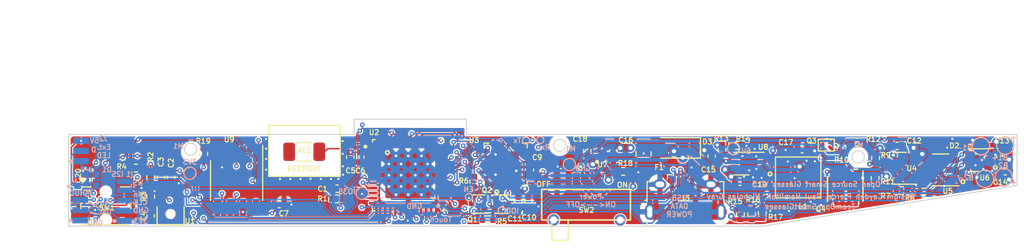
<source format=kicad_pcb>
(kicad_pcb (version 20211014) (generator pcbnew)
  (title_block (title "Open Source Smart Glasses") (date "2022-09-21") (rev "v0.4") (comment 1 "Design: Cayden Pierce, Nicholas Gray, Paul Hamilton") (comment 2 "TeamOpenSmartGlasses"))
  (layers (0 "F.Cu" signal "F.Cu_Signals") (1 "In1.Cu" power "In1.Cu_GND") (2 "In2.Cu" power "In2.Cu_Power_GND") (31 "B.Cu" signal "B.Cu_Signals") (34 "B.Paste" user) (35 "F.Paste" user) (36 "B.SilkS" user "B.Silkscreen") (37 "F.SilkS" user "F.Silkscreen") (38 "B.Mask" user) (39 "F.Mask" user) (44 "Edge.Cuts" user))
  (net 0 "")
  (net 1 "EN")
  (net 2 "RGB")
  (net 3 "BATT+")
  (net 4 "Net-(D2-Pad1)")
  (net 5 "Net-(D1-Pad1)")
  (net 6 "IO35")
  (net 7 "Net-(Q2-Pad1)")
  (net 8 "RTS")
  (net 9 "IO0")
  (net 10 "DTR")
  (net 12 "+3V3")
  (net 13 "VBUS")
  (net 14 "TX_ESP")
  (net 15 "RX_ESP")
  (net 25 "Net-(R18-Pad2)")
  (net 26 "Net-(C10-Pad1)")
  (net 27 "USB-")
  (net 28 "USB+")
  (net 30 "PSEN")
  (net 31 "Net-(AE1-Pad2)")
  (net 32 "BATT1-")
  (net 33 "+5V")
  (net 34 "Net-(C15-Pad1)")
  (net 36 "Net-(Q1-Pad1)")
  (net 37 "Net-(Q3-Pad3)")
  (net 38 "Net-(F1-Pad1)")
  (net 39 "SWITCH")
  (net 40 "i2S2_CLK")
  (net 41 "i2S2_Data")
  (net 42 "i2S2_WS")
  (net 43 "Net-(R8-Pad2)")
  (net 44 "Net-(L1-Pad2)")
  (net 46 "VDD_SDIO")
  (net 47 "SIO1")
  (net 48 "PSRAM_CS")
  (net 49 "SIO3")
  (net 50 "SCLK")
  (net 51 "SIO2")
  (net 52 "SIO0")
  (net 71 "Net-(R13-Pad1)")
  (net 72 "ALRT")
  (net 73 "TOUCH1")
  (net 74 "SCL")
  (net 75 "SDA")
  (net 76 "Net-(Q4-Pad5)")
  (net 77 "i2S1_Data")
  (net 78 "i2S1_CLK")
  (net 80 "DAC")
  (net 81 "Net-(Q3-Pad1)")
  (net 82 "Net-(R2-Pad1)")
  (footprint "Resistor_SMD:R_0402_1005Metric" (layer "F.Cu") (at 93.317108 81.318825 180)
    (fp_text reference "R1")
    (fp_text value "10K")
  )
  (footprint "OSSG_footprints:MIC_SPH0645LM4H-B" (layer "F.Cu") (at 77 82.8)
    (fp_text reference "U1")
    (fp_text value "SPH0645LMH")
  )
  (footprint "Package_TO_SOT_SMD:SOT-523" (layer "F.Cu") (at 107.176762 81.829454 180)
    (fp_text reference "Q1")
    (fp_text value "2SC4617R BR")
  )
  (footprint "Capacitor_SMD:C_0402_1005Metric" (layer "F.Cu") (at 132.827042 79.630638)
    (fp_text reference "C19")
    (fp_text value "22uF")
  )
  (footprint "Capacitor_SMD:C_0402_1005Metric" (layer "F.Cu") (at 158.83455 78.612375 180)
    (fp_text reference "C14")
    (fp_text value "22uF")
  )
  (footprint "Diode_SMD:D_SOD-123" (layer "F.Cu") (at 126.710985 76.322776 180)
    (fp_text reference "D3")
    (fp_text value "RB160M-30")
  )
  (footprint "Connector_USB:USB_Micro-B_Amphenol_10118194_Horizontal" (layer "F.Cu") (at 127.479107 81.29074)
    (fp_text reference "J3")
    (fp_text value "USB_B_Micro")
  )
  (footprint "Capacitor_SMD:C_0402_1005Metric" (layer "F.Cu") (at 112.074913 81.620885 -90)
    (fp_text reference "C10")
    (fp_text value "100nF")
  )
  (footprint "OSSG_footprints:ESP32_PICO_D4_PQFN50P700X700X104-49N" (layer "F.Cu") (at 100.3 79)
    (fp_text reference "U2")
    (fp_text value "ESP32-PICO-D4")
  )
  (footprint "Resistor_SMD:R_0402_1005Metric" (layer "F.Cu") (at 75.05 81.1 90)
    (fp_text reference "R3")
    (fp_text value "0R*")
  )
  (footprint "Resistor_SMD:R_0402_1005Metric" (layer "F.Cu") (at 106.734354 79.631146 -90)
    (fp_text reference "R6")
    (fp_text value "10K")
  )
  (footprint "Resistor_SMD:R_0402_1005Metric" (layer "F.Cu") (at 135.016041 82.717289 90)
    (fp_text reference "R17")
    (fp_text value "10K")
  )
  (footprint "Capacitor_SMD:C_0402_1005Metric" (layer "F.Cu") (at 117.862044 76.579562 -90)
    (fp_text reference "C18")
    (fp_text value "1uF")
  )
  (footprint "OSSG_footprints:SMD_Switch_Panasonic_EVQPUL_EVQPUC_6.3x6.7" (layer "F.Cu") (at 70.65 82)
    (fp_text reference "SW1")
    (fp_text value "SW_SPST")
  )
  (footprint "OSSG_footprints:DFN100X60X40-3N" (layer "F.Cu") (at 141.28704 76.041522 180)
    (fp_text reference "Q3")
    (fp_text value "PMZ290UNE2YL")
  )
  (footprint "Resistor_SMD:R_0402_1005Metric" (layer "F.Cu") (at 73.6 78.3)
    (fp_text reference "R4")
    (fp_text value "10K")
  )
  (footprint "OSSG_footprints:1.5uH_YXMAA0402-1R5M-ANP" (layer "F.Cu") (at 138.522558 79.184084 180)
    (fp_text reference "L1")
    (fp_text value "1.5uH")
  )
  (footprint "Capacitor_SMD:C_0402_1005Metric" (layer "F.Cu") (at 93.317684 80.32021 180)
    (fp_text reference "C1")
    (fp_text value "1uF")
  )
  (footprint "Package_TO_SOT_SMD:SOT-523" (layer "F.Cu") (at 109.470543 81.838473)
    (fp_text reference "Q2")
    (fp_text value "2SC4617R BR")
  )
  (footprint "Package_TO_SOT_SMD:SOT-23-6" (layer "F.Cu") (at 152.51326 78.476117 180)
    (fp_text reference "U5")
    (fp_text value "AP5054HTC")
  )
  (footprint "OSSG_footprints:REG_NCP167BMX330TBG" (layer "F.Cu") (at 119.139269 76.637863 90)
    (fp_text reference "U7")
    (fp_text value "NCP167BMX330TBG")
  )
  (footprint "Resistor_SMD:R_0402_1005Metric" (layer "F.Cu") (at 132.538103 76.081567 180)
    (fp_text reference "R14")
    (fp_text value "147K")
  )
  (footprint "Resistor_SMD:R_0805_2012Metric" (layer "F.Cu") (at 123.380387 76.9069 90)
    (fp_text reference "F1")
    (fp_text value "1A")
  )
  (footprint "OSSG_footprints:ANT3216LL00R2400A" (layer "F.Cu") (at 90.101881 76.601416)
    (fp_text reference "AE1")
    (fp_text value "ANT3216LL00R2400A")
  )
  (footprint "Resistor_SMD:R_0402_1005Metric" (layer "F.Cu") (at 108.093964 83.36266 180)
    (fp_text reference "R5")
    (fp_text value "10K")
  )
  (footprint "Package_DFN_QFN:DFN-8-1EP_2x2mm_P0.5mm_EP0.8x1.6mm" (layer "F.Cu") (at 156.225427 77.521198 180)
    (fp_text reference "U6")
    (fp_text value "MAX17048")
  )
  (footprint "Resistor_SMD:R_0402_1005Metric" (layer "F.Cu") (at 148.694787 80.510534)
    (fp_text reference "R7")
    (fp_text value "100K")
  )
  (footprint "Capacitor_SMD:C_0402_1005Metric" (layer "F.Cu") (at 75.05 83 -90)
    (fp_text reference "C4")
    (fp_text value "100nF")
  )
  (footprint "Resistor_SMD:R_0402_1005Metric" (layer "F.Cu") (at 80.25 76.9 90)
    (fp_text reference "R19")
    (fp_text value "*10k")
  )
  (footprint "Capacitor_SMD:C_0402_1005Metric" (layer "F.Cu") (at 138.920702 76.447219)
    (fp_text reference "C17")
    (fp_text value "22uF")
  )
  (footprint "Package_DFN_QFN:DFN-8-1EP_3x2mm_P0.5mm_EP1.7x1.4mm" (layer "F.Cu") (at 133.709248 77.861457 180)
    (fp_text reference "U8")
    (fp_text value "SY7088")
  )
  (footprint "Capacitor_SMD:C_0402_1005Metric" (layer "F.Cu") (at 148.237075 76.119389)
    (fp_text reference "C12")
    (fp_text value "100nF")
  )
  (footprint "Capacitor_SMD:C_0402_1005Metric" (layer "F.Cu") (at 120.420868 76.583942 -90)
    (fp_text reference "C16")
    (fp_text value "100nF")
  )
  (footprint "Resistor_SMD:R_0402_1005Metric" (layer "F.Cu") (at 146.127496 77.301306 -90)
    (fp_text reference "R9")
    (fp_text value "150")
  )
  (footprint "Capacitor_SMD:C_0402_1005Metric" (layer "F.Cu") (at 68.783522 79.45 90)
    (fp_text reference "C20")
    (fp_text value "1uF")
  )
  (footprint "Diode_SMD:D_0402_1005Metric" (layer "F.Cu") (at 152.054833 76.298232 180)
    (fp_text reference "D2")
    (fp_text value "Red")
  )
  (footprint "Resistor_SMD:R_0402_1005Metric" (layer "F.Cu") (at 144.329268 75.741163)
    (fp_text reference "R12")
    (fp_text value "1M")
  )
  (footprint "Resistor_SMD:R_0402_1005Metric" (layer "F.Cu") (at 132.876626 82.824526 90)
    (fp_text reference "R15")
    (fp_text value "4.7K")
  )
  (footprint "Capacitor_SMD:C_0402_1005Metric" (layer "F.Cu") (at 77.05 79.2 -90)
    (fp_text reference "C2")
    (fp_text value "100nF")
  )
  (footprint "Resistor_SMD:R_0402_1005Metric" (layer "F.Cu") (at 150.817212 80.65807 180)
    (fp_text reference "R8")
    (fp_text value "2.2K")
  )
  (footprint "OSSG_footprints:YJQD30P02A_DFN3.3x3.3" (layer "F.Cu") (at 143.142489 80.199202 180)
    (fp_text reference "Q4")
    (fp_text value "YJQD30P02A")
  )
  (footprint "Resistor_SMD:R_0402_1005Metric" (layer "F.Cu") (at 75.05 79.2 90)
    (fp_text reference "R2")
    (fp_text value "0R*")
  )
  (footprint "Capacitor_SMD:C_0402_1005Metric" (layer "F.Cu") (at 130.060864 77.131641 90)
    (fp_text reference "C15")
    (fp_text value "1uF")
  )
  (footprint "Capacitor_SMD:C_0402_1005Metric" (layer "F.Cu") (at 112.953381 78.5 -90)
    (fp_text reference "C9")
    (fp_text value "1uF")
  )
  (footprint "Capacitor_SMD:C_0402_1005Metric" (layer "F.Cu") (at 111.100914 81.61903 -90)
    (fp_text reference "C11")
    (fp_text value "100nF")
  )
  (footprint "Resistor_SMD:R_0402_1005Metric" (layer "F.Cu") (at 121.376482 78.623756 180)
    (fp_text reference "R18")
    (fp_text value "10K")
  )
  (footprint "Resistor_SMD:R_0402_1005Metric" (layer "F.Cu") (at 146.078592 79.281236 90)
    (fp_text reference "R11")
    (fp_text value "1M")
  )
  (footprint "Package_DFN_QFN:QFN-24-1EP_4x4mm_P0.5mm_EP2.6x2.6mm" (layer "F.Cu") (at 109.85 77.955205 90)
    (fp_text reference "U3")
    (fp_text value "CH9102F")
  )
  (footprint "Capacitor_SMD:C_0402_1005Metric" (layer "F.Cu") (at 95.6 77.225 -90)
    (fp_text reference "C6")
    (fp_text value "100nF")
  )
  (footprint "Package_TO_SOT_SMD:SOT-23" (layer "F.Cu") (at 148.489303 78.316677 180)
    (fp_text reference "U4")
    (fp_text value "XC61CC3002MR")
  )
  (footprint "Capacitor_SMD:C_0402_1005Metric" (layer "F.Cu") (at 87.65 81.8255)
    (fp_text reference "C7")
    (fp_text value "100nF")
  )
  (footprint "Capacitor_SMD:C_0402_1005Metric" (layer "F.Cu") (at 94.616508 77.225 -90)
    (fp_text reference "C5")
    (fp_text value "10uF")
  )
  (footprint "OSSG_footprints:SW_SMD_SPDT_Slide_9x6.9-hole" (layer "F.Cu") (at 113.388842 80.386871)
    (fp_text reference "SW2")
    (fp_text value "Power")
  )
  (footprint "Resistor_SMD:R_0402_1005Metric" (layer "F.Cu") (at 142.816193 76.230313 -90)
    (fp_text reference "R10")
    (fp_text value "100K")
  )
  (footprint "Capacitor_SMD:C_0402_1005Metric" (layer "F.Cu") (at 158.357718 77.163138 90)
    (fp_text reference "C13")
    (fp_text value "100nF")
  )
  (footprint "Capacitor_SMD:C_0402_1005Metric" (layer "F.Cu") (at 76.05 79.2 90)
    (fp_text reference "C3")
    (fp_text value "200pF")
  )
  (footprint "Resistor_SMD:R_0402_1005Metric" (layer "F.Cu") (at 131.067832 76.503506 90)
    (fp_text reference "R13")
    (fp_text value "470K")
  )
  (footprint "Resistor_SMD:R_0402_1005Metric" (layer "F.Cu") (at 133.979985 82.821535 90)
    (fp_text reference "R16")
    (fp_text value "4.7K")
  )
  (footprint "Package_SO:SOP-8_3.9x4.9mm_P1.27mm" (layer "F.Cu") (at 83.473563 79.525 -90)
    (fp_text reference "U9")
    (fp_text value "LY68L6400SLIT_PSRAM")
  )
  (footprint "OSSG_footprints:Solder-3P-Connector" (layer "B.Cu") (at 68.2525 76.15 90)
    (fp_text reference "J2")
    (fp_text value "Ext RGB")
  )
  (footprint "OSSG_footprints:Breakout_pads" (layer "B.Cu") (at 158.85 76.09 180)
    (fp_text reference "TP16")
    (fp_text value "Batt2+")
  )
  (footprint "OSSG_footprints:LED_WS2812C-2020" (layer "B.Cu") (at 68.8 79.45)
    (fp_text reference "D1")
    (fp_text value "WS2812B-2020")
  )
  (footprint "OSSG_footprints:Solder-3P-Connector" (layer "B.Cu") (at 68.15 81.95 90)
    (fp_text reference "J5")
    (fp_text value "Ext. HUD (experimental)")
  )
  (footprint "OSSG_footprints:Breakout_pads_very_small" (layer "B.Cu") (at 106.257253 81.146701 180)
    (fp_text reference "TP5")
    (fp_text value "EN")
  )
  (footprint "OSSG_footprints:Breakout_pads_very_small" (layer "B.Cu") (at 111.85 75.6 180)
    (fp_text reference "TP13")
    (fp_text value "Tx")
  )
  (footprint "OSSG_footprints:Breakout_pads_small" (layer "B.Cu") (at 132.203771 76.395375 180)
    (fp_text reference "TP2")
    (fp_text value "5V")
  )
  (footprint "OSSG_footprints:Breakout_pads_small" (layer "B.Cu") (at 95.796242 80.776195 180)
    (fp_text reference "TP1")
    (fp_text value "IO35")
  )
  (footprint "OSSG_footprints:Breakout_pads" (layer "B.Cu") (at 156.462587 76.154252 180)
    (fp_text reference "TP18")
    (fp_text value "BATT2-")
  )
  (footprint "OSSG_footprints:Breakout_pads_very_small" (layer "B.Cu") (at 109.482087 82.456883 180)
    (fp_text reference "TP12")
    (fp_text value "IO0")
  )
  (footprint "OSSG_footprints:Breakout_pads_small" (layer "B.Cu") (at 116.1 77.95 180)
    (fp_text reference "TP9")
    (fp_text value "GND")
  )
  (footprint "OSSG_footprints:Breakout_pads_very_small" (layer "B.Cu") (at 113.25 75.55 180)
    (fp_text reference "TP14")
    (fp_text value "Rx")
  )
  (footprint "OSSG_footprints:Solder-5P-Connector" (layer "B.Cu") (at 72.5025 82 90)
    (fp_text reference "J1")
    (fp_text value "Conn_01x05_Male")
  )
  (footprint "OSSG_footprints:Solder-2P-Connector" (layer "B.Cu") (at 102.342943 83.491236 -90)
    (fp_text reference "J4")
    (fp_text value "Touch")
  )
  (footprint "OSSG_footprints:Breakout_pads_small" (layer "B.Cu") (at 78.9 78.8 180)
    (fp_text reference "TP8")
    (fp_text value "3V3")
  )
  (footprint "OSSG_footprints:Breakout_pads" (layer "B.Cu") (at 158.7 79.2 180)
    (fp_text reference "TP15")
    (fp_text value "Batt1+")
  )
  (footprint "OSSG_footprints:Breakout_pads" (layer "B.Cu") (at 156.847577 79.344389 180)
    (fp_text reference "TP17")
    (fp_text value "BATT1-")
  )
  (gr_line (start 69.55 81.95) (end 69 81.65) (layer "B.SilkS") (width 0.15))
  (gr_line (start 69.75 82.8) (end 69.1 82.65) (layer "B.SilkS") (width 0.15))
  (gr_circle (center 157.871419 78.242036) (end 157.979424 78.386042) (layer "F.SilkS") (width 0.15) (fill none))
  (gr_circle (center 98.265331 76.78095) (end 98.373336 76.924956) (layer "F.SilkS") (width 0.15) (fill none))
  (gr_circle (center 154.685276 79.628098) (end 154.793281 79.772104) (layer "F.SilkS") (width 0.15) (fill none))
  (gr_circle (center 108.981071 80.641944) (end 109.089076 80.78595) (layer "F.SilkS") (width 0.15) (fill none))
  (gr_circle (center 135.778992 78.877577) (end 135.886997 79.021583) (layer "F.SilkS") (width 0.15) (fill none))
  (gr_line (start 111.41633 82.834838) (end 111.494331 82.517957) (layer "F.SilkS") (width 0.15))
  (gr_circle (center 78.95 76.45) (end 79.55 76.45) (layer "Edge.Cuts") (width 0.1) (fill none))
  (gr_line (start 67 84) (end 67 75) (layer "Edge.Cuts") (width 0.1))
  (gr_line (start 67 75) (end 95 75) (layer "Edge.Cuts") (width 0.1))
  (gr_line (start 106 73.5) (end 106 75) (layer "Edge.Cuts") (width 0.1))
  (gr_circle (center 144.425 77.2) (end 145.025 77.2) (layer "Edge.Cuts") (width 0.1) (fill none))
  (gr_line (start 95 73.5) (end 106 73.5) (layer "Edge.Cuts") (width 0.1))
  (gr_line (start 106 75) (end 160 75) (layer "Edge.Cuts") (width 0.1))
  (gr_line (start 67 84) (end 135 84) (layer "Edge.Cuts") (width 0.1))
  (gr_line (start 135 84) (end 160 80) (layer "Edge.Cuts") (width 0.1))
  (gr_circle (center 115.15 76.075) (end 115.75 76.075) (layer "Edge.Cuts") (width 0.1) (fill none))
  (gr_line (start 160 80) (end 160 75) (layer "Edge.Cuts") (width 0.1))
  (gr_line (start 95 75) (end 95 73.5) (layer "Edge.Cuts") (width 0.1))
  (gr_text "-" (at 78.980947 75.503056) (layer "B.SilkS") (effects (font (size 0.5 0.5) (thickness 0.1)) (justify mirror)))
  (gr_text "TeamOpenSmartGlasses\n" (at 139.705519 82.080339) (layer "B.SilkS") (effects (font (size 0.5 0.5) (thickness 0.1)) (justify mirror)))
  (gr_text "3V3" (at 74.1 83.5) (layer "B.SilkS") (effects (font (size 0.5 0.5) (thickness 0.1)) (justify mirror)))
  (gr_text "GND" (at 69.6 83.65) (layer "B.SilkS") (effects (font (size 0.5 0.5) (thickness 0.1)) (justify mirror)))
  (gr_text "CLK" (at 74.05 81.65) (layer "B.SilkS") (effects (font (size 0.5 0.5) (thickness 0.1)) (justify mirror)))
  (gr_text "3V3" (at 70.3 81.9) (layer "B.SilkS") (effects (font (size 0.5 0.5) (thickness 0.1)) (justify mirror)))
  (gr_text "D" (at 69.45 76.5) (layer "B.SilkS") (effects (font (size 0.5 0.5) (thickness 0.1)) (justify mirror)))
  (gr_text "M1" (at 144.4 76.05) (layer "B.SilkS") (effects (font (size 0.5 0.5) (thickness 0.1)) (justify mirror)))
  (gr_text "+" (at 159.662503 75.316457) (layer "B.SilkS") (effects (font (size 0.5 0.5) (thickness 0.1)) (justify mirror)))
  (gr_text "Din" (at 73.95 80.9) (layer "B.SilkS") (effects (font (size 0.5 0.5) (thickness 0.1)) (justify mirror)))
  (gr_text "Touch" (at 103.5 83.35) (layer "B.SilkS") (effects (font (size 0.5 0.5) (thickness 0.1)) (justify mirror)))
  (gr_text "5V" (at 69.55 75.6) (layer "B.SilkS") (effects (font (size 0.5 0.5) (thickness 0.1)) (justify mirror)))
  (gr_text "HUD" (at 67.85 80.75) (layer "B.SilkS") (effects (font (size 0.5 0.5) (thickness 0.1)) (justify mirror)))
  (gr_text "Ext.\nLED" (at 70.45 76.65) (layer "B.SilkS") (effects (font (size 0.5 0.5) (thickness 0.1)) (justify mirror)))
  (gr_text "Design: Cayden Pierce, Paul Hamilton, Nicholas Gray" (at 139.757625 81.087239) (layer "B.SilkS") (effects (font (size 0.5 0.5) (thickness 0.1)) (justify mirror)))
  (gr_text "WS" (at 73.8 79.75) (layer "B.SilkS") (effects (font (size 0.5 0.5) (thickness 0.1)) (justify mirror)))
  (gr_text "USB\nDATA\nPOWER" (at 126.893016 82.036477) (layer "B.SilkS") (effects (font (size 0.5 0.5) (thickness 0.1)) (justify mirror)))
  (gr_text "GND" (at 74.1 82.45) (layer "B.SilkS") (effects (font (size 0.5 0.5) (thickness 0.1)) (justify mirror)))
  (gr_text "M1" (at 116.2 76.4) (layer "B.SilkS") (effects (font (size 0.5 0.5) (thickness 0.1)) (justify mirror)))
  (gr_text "M1" (at 77.75 76.15) (layer "B.SilkS") (effects (font (size 0.5 0.5) (thickness 0.1)) (justify mirror)))
  (gr_text "+" (at 159.686068 79.687759) (layer "B.SilkS") (effects (font (size 0.5 0.5) (thickness 0.1)) (justify mirror)))
  (gr_text "DAC" (at 70.5 82.6) (layer "B.SilkS") (effects (font (size 0.5 0.5) (thickness 0.1)) (justify mirror)))
  (gr_text "GND" (at 100.9 82.05) (layer "B.SilkS") (effects (font (size 0.5 0.5) (thickness 0.1)) (justify mirror)))
  (gr_text "Power\nON<-->OFF" (at 118.206996 81.477476) (layer "B.SilkS") (effects (font (size 0.5 0.5) (thickness 0.1)) (justify mirror)))
  (gr_text "i2S" (at 71.8 78.9) (layer "B.SilkS") (effects (font (size 0.5 0.5) (thickness 0.1)) (justify mirror)))
  (gr_text "Open Source Smart Glasses V0.5" (at 140.305077 79.879235) (layer "B.SilkS") (effects (font (size 0.5 0.5) (thickness 0.1)) (justify mirror)))
  (gr_text "OFF" (at 113.563491 79.876912) (layer "F.SilkS") (effects (font (size 0.5 0.5) (thickness 0.1))))
  (gr_text "ON" (at 121.3 79.95) (layer "F.SilkS") (effects (font (size 0.5 0.5) (thickness 0.1))))
  (segment (start 106.394889 81.818014) (end 106.394889 81.482783) (width 0.3) (layer "F.Cu") (net 1))
  (segment (start 93.797684 80.32021) (end 93.797684 81.289401) (width 0.15) (layer "F.Cu") (net 1))
  (segment (start 106.394889 81.482783) (end 106.211042 81.298936) (width 0.3) (layer "F.Cu") (net 1))
  (segment (start 94.74042 80.3) (end 94.72021 80.32021) (width 0.15) (layer "F.Cu") (net 1))
  (segment (start 93.797684 81.289401) (end 93.827108 81.318825) (width 0.15) (layer "F.Cu") (net 1))
  (segment (start 96.375 80.25) (end 96.86 80.25) (width 0.15) (layer "F.Cu") (net 1))
  (segment (start 94.72021 80.32021) (end 93.797684 80.32021) (width 0.15) (layer "F.Cu") (net 1))
  (segment (start 96.81 80.3) (end 94.74042 80.3) (width 0.15) (layer "F.Cu") (net 1))
  (segment (start 95.85 79.725) (end 96.375 80.25) (width 0.15) (layer "F.Cu") (net 1))
  (segment (start 96.86 80.25) (end 96.81 80.3) (width 0.15) (layer "F.Cu") (net 1))
  (via (at 106.264024 81.244906) (size 0.5) (drill 0.2) (layers "F.Cu" "B.Cu") (net 1))
  (via (at 95.85 79.725) (size 0.45) (drill 0.2) (layers "F.Cu" "B.Cu") (net 1))
  (segment (start 106.154929 81.354001) (end 106.264024 81.244906) (width 0.15) (layer "B.Cu") (net 1))
  (segment (start 106.178064 81.158946) (end 106.264024 81.244906) (width 0.15) (layer "B.Cu") (net 1))
  (segment (start 98.704001 81.354001) (end 106.154929 81.354001) (width 0.15) (layer "B.Cu") (net 1))
  (segment (start 95.85 79.725) (end 97.075 79.725) (width 0.15) (layer "B.Cu") (net 1))
  (segment (start 97.075 79.725) (end 98.704001 81.354001) (width 0.15) (layer "B.Cu") (net 1))
  (segment (start 99.55 82.4375) (end 99.55 82.689214) (width 0.15) (layer "F.Cu") (net 2))
  (segment (start 99.65 83.075) (end 99.65 82.54) (width 0.15) (layer "F.Cu") (net 2))
  (segment (start 77.35 77.1) (end 73.75 77.1) (width 0.2) (layer "F.Cu") (net 2))
  (segment (start 79.6 79.35) (end 77.35 77.1) (width 0.2) (layer "F.Cu") (net 2))
  (segment (start 79.6 80.9) (end 79.6 79.35) (width 0.2) (layer "F.Cu") (net 2))
  (segment (start 79.85 81.15) (end 79.6 80.9) (width 0.2) (layer "F.Cu") (net 2))
  (segment (start 99.65 82.54) (end 99.55 82.44) (width 0.15) (layer "F.Cu") (net 2))
  (segment (start 72.3 77.25) (end 71.15 77.25) (width 0.2) (layer "F.Cu") (net 2))
  (segment (start 71.15 77.25) (end 70.6 77.8) (width 0.2) (layer "F.Cu") (net 2))
  (via (at 79.85 81.15) (size 0.45) (drill 0.2) (layers "F.Cu" "B.Cu") (net 2))
  (via (at 72.3 77.25) (size 0.45) (drill 0.2) (layers "F.Cu" "B.Cu") (net 2))
  (via (at 73.75 77.1) (size 0.45) (drill 0.2) (layers "F.Cu" "B.Cu") (net 2))
  (via (at 99.65 83.075) (size 0.45) (drill 0.2) (layers "F.Cu" "B.Cu") (net 2))
  (via (at 70.6 77.8) (size 0.45) (drill 0.2) (layers "F.Cu" "B.Cu") (net 2))
  (segment (start 98.925 82.35) (end 96.75 82.35) (width 0.15) (layer "B.Cu") (net 2))
  (segment (start 99.65 83.075) (end 98.925 82.35) (width 0.15) (layer "B.Cu") (net 2))
  (segment (start 91.65 81.4) (end 89.432906 81.4) (width 0.15) (layer "B.Cu") (net 2))
  (segment (start 96.1955 82.9045) (end 92.9045 82.9045) (width 0.15) (layer "B.Cu") (net 2))
  (segment (start 70.6 77.8) (end 70.6 78.015) (width 0.2) (layer "B.Cu") (net 2))
  (segment (start 92.9045 82.9045) (end 92.175 82.175) (width 0.15) (layer "B.Cu") (net 2))
  (segment (start 73.75 77.1) (end 72.45 77.1) (width 0.2) (layer "B.Cu") (net 2))
  (segment (start 89.432906 81.4) (end 80.1 81.4) (width 0.2) (layer "B.Cu") (net 2))
  (segment (start 70.6 78.015) (end 69.715 78.9) (width 0.2) (layer "B.Cu") (net 2))
  (segment (start 80.1 81.4) (end 79.85 81.15) (width 0.2) (layer "B.Cu") (net 2))
  (segment (start 96.75 82.35) (end 96.1955 82.9045) (width 0.15) (layer "B.Cu") (net 2))
  (segment (start 92.175 82.175) (end 92.175 81.925) (width 0.15) (layer "B.Cu") (net 2))
  (segment (start 72.45 77.1) (end 72.3 77.25) (width 0.2) (layer "B.Cu") (net 2))
  (segment (start 92.175 81.925) (end 91.65 81.4) (width 0.15) (layer "B.Cu") (net 2))
  (segment (start 146.078592 78.771236) (end 146.030626 78.819202) (width 0.5) (layer "F.Cu") (net 3))
  (segment (start 147.757075 76.119389) (end 147.757075 76.065831) (width 0.5) (layer "F.Cu") (net 3))
  (segment (start 146.078592 78.771236) (end 146.476004 78.771236) (width 0.5) (layer "F.Cu") (net 3))
  (segment (start 147.480394 78.422843) (end 147.480394 78.244491) (width 0.4) (layer "F.Cu") (net 3))
  (segment (start 157.444055 77.643138) (end 157.239649 77.438732) (width 0.5) (layer "F.Cu") (net 3))
  (segment (start 159.31455 78.612375) (end 159.31455 79.322452) (width 0.5) (layer "F.Cu") (net 3))
  (segment (start 147.171213 76.715091) (end 147.53516 76.351144) (width 0.5) (layer "F.Cu") (net 3))
  (segment (start 156.325505 76.256704) (end 153.619765 76.256704) (width 0.5) (layer "F.Cu") (net 3))
  (segment (start 147.498537 78.369943) (end 147.551803 78.316677) (width 0.5) (layer "F.Cu") (net 3))
  (segment (start 156.532324 76.053138) (end 156.329089 76.256373) (width 0.5) (layer "F.Cu") (net 3))
  (segment (start 158.357718 77.643138) (end 158.388278 77.643138) (width 0.5) (layer "F.Cu") (net 3))
  (segment (start 159.31455 77.487154) (end 159.31455 76.583916) (width 0.5) (layer "F.Cu") (net 3))
  (segment (start 146.877297 78.369943) (end 147.498537 78.369943) (width 0.5) (layer "F.Cu") (net 3))
  (segment (start 148.373406 75.5) (end 152.816476 75.5) (width 0.3) (layer "F.Cu") (net 3))
  (segment (start 159.31455 78.56941) (end 159.31455 78.612375) (width 0.5) (layer "F.Cu") (net 3))
  (segment (start 159.222902 77.4643) (end 158.536556 77.4643) (width 0.5) (layer "F.Cu") (net 3))
  (segment (start 153.623349 76.256373) (end 153.616806 76.24983) (width 0.5) (layer "F.Cu") (net 3))
  (segment (start 145.482962 78.771197) (end 145.237527 78.525762) (width 0.5) (layer "F.Cu") (net 3))
  (segment (start 147.480394 78.244491) (end 147.53516 78.189725) (width 0.4) (layer "F.Cu") (net 3))
  (segment (start 146.078592 78.771236) (end 146.051301 78.771236) (width 0.5) (layer "F.Cu") (net 3))
  (segment (start 147.53516 78.189725) (end 147.171213 77.825778) (width 0.5) (layer "F.Cu") (net 3))
  (segment (start 144.465929 78.525762) (end 144.172489 78.819202) (width 0.5) (layer "F.Cu") (net 3))
  (segment (start 158.388278 77.643138) (end 159.31455 78.56941) (width 0.5) (layer "F.Cu") (net 3))
  (segment (start 122.338382 80.092335) (end 122.338382 79.075656) (width 0.3) (layer "F.Cu") (net 3))
  (segment (start 159.31455 77.487154) (end 159.31455 78.612375) (width 0.5) (layer "F.Cu") (net 3))
  (segment (start 148.184787 80.510534) (end 148.179594 80.510534) (width 0.3) (layer "F.Cu") (net 3))
  (segment (start 158.536556 77.4643) (end 158.357718 77.643138) (width 0.5) (layer "F.Cu") (net 3))
  (segment (start 148.184787 80.510534) (end 148.184787 79.127236) (width 0.4) (layer "F.Cu") (net 3))
  (segment (start 158.783772 76.053138) (end 156.532324 76.053138) (width 0.5) (layer "F.Cu") (net 3))
  (segment (start 147.757075 76.116166) (end 148.373406 75.499835) (width 0.3) (layer "F.Cu") (net 3))
  (segment (start 145.237527 78.525762) (end 144.465929 78.525762) (width 0.5) (layer "F.Cu") (net 3))
  (segment (start 147.171213 77.825778) (end 147.171213 76.715091) (width 0.5) (layer "F.Cu") (net 3))
  (segment (start 152.816476 75.499835) (end 153.616806 76.300165) (width 0.3) (layer "F.Cu") (net 3))
  (segment (start 145.482962 78.819202) (end 145.482962 78.771197) (width 0.5) (layer "F.Cu") (net 3))
  (segment (start 158.357718 77.643138) (end 157.444055 77.643138) (width 0.5) (layer "F.Cu") (net 3))
  (segment (start 148.184787 79.127236) (end 147.480394 78.422843) (width 0.4) (layer "F.Cu") (net 3))
  (segment (start 146.476004 78.771236) (end 146.877297 78.369943) (width 0.5) (layer "F.Cu") (net 3))
  (segment (start 122.338382 79.075656) (end 121.886482 78.623756) (width 0.3) (layer "F.Cu") (net 3))
  (segment (start 147.53516 76.351144) (end 147.53516 76.102417) (width 0.5) (layer "F.Cu") (net 3))
  (segment (start 153.616806 76.24983) (end 153.616806 77.434593) (width 0.5) (layer "F.Cu") (net 3))
  (segment (start 159.31455 79.322452) (end 159.206944 79.430058) (width 0.5) (layer "F.Cu") (net 3))
  (segment (start 146.030626 78.819202) (end 145.482962 78.819202) (width 0.5) (layer "F.Cu") (net 3))
  (segment (start 159.31455 76.583916) (end 158.783772 76.053138) (width 0.5) (layer "F.Cu") (net 3))
  (via (at 122.338382 80.092335) (size 0.65) (drill 0.3) (layers "F.Cu" "B.Cu") (net 3))
  (via (at 159.206944 79.430058) (size 0.8) (drill 0.4) (layers "F.Cu" "B.Cu") (net 3))
  (via (at 159.222902 77.4643) (size 0.8) (drill 0.4) (layers "F.Cu" "B.Cu") (net 3))
  (via (at 157.958262 75.694077) (size 0.8) (drill 0.4) (layers "F.Cu" "B.Cu") (net 3))
  (segment (start 158.85 76.09) (end 158.85 77.022604) (width 0.5) (layer "B.Cu") (net 3))
  (segment (start 159.410827 79.539363) (end 159.039363 79.539363) (width 0.5) (layer "B.Cu") (net 3))
  (segment (start 158.347156 75.587156) (end 158.85 76.09) (width 0.5) (layer "B.Cu") (net 3))
  (segment (start 157.949849 75.587156) (end 158.347156 75.587156) (width 0.5) (layer "B.Cu") (net 3))
  (segment (start 158.7 76.55) (end 158.7 76.75) (width 0.15) (layer "B.Cu") (net 3))
  (segment (start 159.31455 79.443086) (end 159.410827 79.539363) (width 0.5) (layer "B.Cu") (net 3))
  (segment (start 159.31455 77.487154) (end 159.31455 79.443086) (width 0.5) (layer "B.Cu") (net 3))
  (segment (start 159.039363 79.539363) (end 158.7 79.2) (width 0.5) (layer "B.Cu") (net 3))
  (segment (start 158.85 77.022604) (end 159.31455 77.487154) (width 0.5) (layer "B.Cu") (net 3))
  (segment (start 153.074353 79.426117) (end 152.539833 78.891597) (width 0.4) (layer "F.Cu") (net 4))
  (segment (start 153.65076 79.426117) (end 153.074353 79.426117) (width 0.4) (layer "F.Cu") (net 4))
  (segment (start 152.539833 78.891597) (end 152.539833 76.298232) (width 0.4) (layer "F.Cu") (net 4))
  (segment (start 67.275 77.1075) (end 67.7625 76.62) (width 0.15) (layer "B.Cu") (net 5))
  (segment (start 67.275 79.925) (end 67.275 77.1075) (width 0.15) (layer "B.Cu") (net 5))
  (segment (start 67.35 80) (end 67.275 79.925) (width 0.15) (layer "B.Cu") (net 5))
  (segment (start 67.885 80) (end 67.35 80) (width 0.15) (layer "B.Cu") (net 5))
  (segment (start 67.7625 76.62) (end 68.2375 76.62) (width 0.15) (layer "B.Cu") (net 5))
  (segment (start 96.175 81.25) (end 96.86 81.25) (width 0.15) (layer "F.Cu") (net 6))
  (segment (start 95.775922 80.850922) (end 96.175 81.25) (width 0.15) (layer "F.Cu") (net 6))
  (segment (start 95.775922 80.831935) (end 95.775922 80.850922) (width 0.15) (layer "F.Cu") (net 6))
  (via (at 95.775922 80.831935) (size 0.45) (drill 0.2) (layers "F.Cu" "B.Cu") (net 6))
  (segment (start 107.438454 80.141146) (end 108.635781 81.338473) (width 0.15) (layer "F.Cu") (net 7))
  (segment (start 106.734354 80.141146) (end 107.438454 80.141146) (width 0.15) (layer "F.Cu") (net 7))
  (segment (start 108.635781 81.338473) (end 108.825543 81.338473) (width 0.15) (layer "F.Cu") (net 7))
  (segment (start 108.728414 81.320676) (end 108.728414 81.310166) (width 0.3) (layer "F.Cu") (net 7))
  (segment (start 106.774359 78.04903) (end 106.774359 79.081141) (width 0.15) (layer "F.Cu") (net 8))
  (segment (start 107.9125 76.529672) (end 108.10374 76.338432) (width 0.3) (layer "F.Cu") (net 8))
  (segment (start 108.027827 76.589878) (end 107.9125 76.705205) (width 0.3) (layer "F.Cu") (net 8))
  (segment (start 107.35 79.65) (end 107.263208 79.65) (width 0.15) (layer "F.Cu") (net 8))
  (segment (start 107.263208 79.65) (end 106.734354 79.121146) (width 0.15) (layer "F.Cu") (net 8))
  (segment (start 107.022929 77.80046) (end 106.774359 78.04903) (width 0.15) (layer "F.Cu") (net 8))
  (segment (start 106.774359 79.081141) (end 106.734354 79.121146) (width 0.15) (layer "F.Cu") (net 8))
  (segment (start 107.9125 76.705205) (end 107.9125 76.529672) (width 0.3) (layer "F.Cu") (net 8))
  (segment (start 107.821762 81.329454) (end 107.320546 81.329454) (width 0.15) (layer "F.Cu") (net 8))
  (segment (start 107.320546 81.329454) (end 107.25 81.4) (width 0.15) (layer "F.Cu") (net 8))
  (via (at 108.10374 76.338432) (size 0.45) (drill 0.2) (layers "F.Cu" "B.Cu") (net 8))
  (via (at 107.25 81.4) (size 0.45) (drill 0.2) (layers "F.Cu" "B.Cu") (net 8))
  (via (at 107.35 79.65) (size 0.45) (drill 0.2) (layers "F.Cu" "B.Cu") (net 8))
  (via (at 107.022929 77.80046) (size 0.45) (drill 0.2) (layers "F.Cu" "B.Cu") (net 8))
  (segment (start 108.152177 76.671212) (end 108.152177 76.340647) (width 0.3) (layer "B.Cu") (net 8))
  (segment (start 107.022929 77.80046) (end 108.152177 76.671212) (width 0.3) (layer "B.Cu") (net 8))
  (segment (start 107.25 79.75) (end 107.35 79.65) (width 0.15) (layer "B.Cu") (net 8))
  (segment (start 107.25 81.4) (end 107.25 79.75) (width 0.15) (layer "B.Cu") (net 8))
  (segment (start 106.487057 82.790439) (end 106.767619 82.509877) (width 0.2) (layer "F.Cu") (net 9))
  (segment (start 105.612057 82.790439) (end 106.487057 82.790439) (width 0.2) (layer "F.Cu") (net 9))
  (segment (start 103.277739 83.170465) (end 102.795465 83.170465) (width 0.15) (layer "F.Cu") (net 9))
  (segment (start 102.560891 82.260799) (end 102.560891 82.435441) (width 0.2) (layer "F.Cu") (net 9))
  (segment (start 105.612057 82.790439) (end 105.612057 82.961777) (width 0.2) (layer "F.Cu") (net 9))
  (segment (start 103.277739 83.170465) (end 105.403369 83.170465) (width 0.2) (layer "F.Cu") (net 9))
  (segment (start 110.018414 81.820676) (end 110.018414 81.931472) (width 0.3) (layer "F.Cu") (net 9))
  (segment (start 102.795465 83.170465) (end 102.55 82.925) (width 0.15) (layer "F.Cu") (net 9))
  (segment (start 102.55 82.925) (end 102.55 82.44) (width 0.15) (layer "F.Cu") (net 9))
  (segment (start 110.018414 81.931472) (end 109.602604 82.347282) (width 0.3) (layer "F.Cu") (net 9))
  (segment (start 105.612057 82.961777) (end 105.403369 83.170465) (width 0.2) (layer "F.Cu") (net 9))
  (via (at 106.767619 82.509877) (size 0.45) (drill 0.2) (layers "F.Cu" "B.Cu") (net 9))
  (via (at 109.602604 82.347282) (size 0.45) (drill 0.2) (layers "F.Cu" "B.Cu") (net 9))
  (segment (start 109.440009 82.509877) (end 109.602604 82.347282) (width 0.25) (layer "B.Cu") (net 9))
  (segment (start 106.767619 82.509877) (end 109.440009 82.509877) (width 0.25) (layer "B.Cu") (net 9))
  (segment (start 108.603964 82.445126) (end 108.728414 82.320676) (width 0.3) (layer "F.Cu") (net 10))
  (segment (start 108.317754 81.838084) (end 108.317754 81.910016) (width 0.3) (layer "F.Cu") (net 10))
  (segment (start 107.9125 78.705205) (end 107.266917 78.705205) (width 0.3) (layer "F.Cu") (net 10))
  (segment (start 107.266917 78.705205) (end 107.146648 78.584936) (width 0.3) (layer "F.Cu") (net 10))
  (segment (start 108.317754 81.910016) (end 108.728414 82.320676) (width 0.3) (layer "F.Cu") (net 10))
  (segment (start 108.603964 83.36266) (end 108.603964 82.445126) (width 0.3) (layer "F.Cu") (net 10))
  (via (at 107.203359 78.539039) (size 0.45) (drill 0.2) (layers "F.Cu" "B.Cu") (net 10))
  (via (at 108.282068 81.823656) (size 0.45) (drill 0.2) (layers "F.Cu" "B.Cu") (net 10))
  (segment (start 108.317754 79.756042) (end 108.317754 81.838084) (width 0.3) (layer "B.Cu") (net 10))
  (segment (start 107.146648 78.584936) (end 108.317754 79.756042) (width 0.3) (layer "B.Cu") (net 10))
  (segment (start 76.77 78.72) (end 76.3 78.25) (width 0.15) (layer "F.Cu") (net 12))
  (segment (start 119.933591 78.68162) (end 119.638842 78.386871) (width 0.6) (layer "F.Cu") (net 12))
  (segment (start 78.253 81.079) (end 78.777698 81.079) (width 0.15) (layer "F.Cu") (net 12))
  (segment (start 79.05 80.806698) (end 79.05 80.25) (width 0.15) (layer "F.Cu") (net 12))
  (segment (start 100.55 82.725) (end 101.1 83.275) (width 0.15) (layer "F.Cu") (net 12))
  (segment (start 111.100914 80.818771) (end 111.238307 80.818771) (width 0.5) (layer "F.Cu") (net 12))
  (segment (start 77.05 78.72) (end 76.77 78.72) (width 0.15) (layer "F.Cu") (net 12))
  (segment (start 96.86 77.25) (end 96.86 77.75) (width 0.15) (layer "F.Cu") (net 12))
  (segment (start 117.964451 77.388683) (end 118.647764 77.388683) (width 0.8) (layer "F.Cu") (net 12))
  (segment (start 74.11 78.3) (end 74.65 78.3) (width 0.15) (layer "F.Cu") (net 12))
  (segment (start 100.05 76) (end 100.05 75.56) (width 0.2) (layer "F.Cu") (net 12))
  (segment (start 98.55 75.56) (end 98.55 75.225) (width 0.15) (layer "F.Cu") (net 12))
  (segment (start 134.940003 83.331535) (end 135.019562 83.251976) (width 0.3) (layer "F.Cu") (net 12))
  (segment (start 119.008855 77.919675) (end 118.394985 77.919675) (width 0.6) (layer "F.Cu") (net 12))
  (segment (start 78.5 79.7) (end 78.35 79.7) (width 0.15) (layer "F.Cu") (net 12))
  (segment (start 76.3 78.25) (end 75.4 78.25) (width 0.15) (layer "F.Cu") (net 12))
  (segment (start 119.933591 79.444228) (end 119.933591 78.68162) (width 0.6) (layer "F.Cu") (net 12))
  (segment (start 97.045891 77.55365) (end 97.045891 77.745799) (width 0.15) (layer "F.Cu") (net 12))
  (segment (start 75.4 78.25) (end 75.05 77.9) (width 0.15) (layer "F.Cu") (net 12))
  (segment (start 98.55 75.775) (end 98.55 75.41374) (width 0.15) (layer "F.Cu") (net 12))
  (segment (start 132.281096 83.334526) (end 131.972762 83.026192) (width 0.4) (layer "F.Cu") (net 12))
  (segment (start 94.655 76.745) (end 94.616508 76.745) (width 0.15) (layer "F.Cu") (net 12))
  (segment (start 100.05 75.775) (end 100.05 75.410117) (width 0.15) (layer "F.Cu") (net 12))
  (segment (start 98.795 74.97) (end 98.675 74.85) (width 0.15) (layer "F.Cu") (net 12))
  (segment (start 77.9 78.55) (end 77.22 78.55) (width 0.15) (layer "F.Cu") (net 12))
  (segment (start 76.05 78.72) (end 75.87 78.72) (width 0.15) (layer "F.Cu") (net 12))
  (segment (start 111.100914 80.818771) (end 111.100914 81.13903) (width 0.4) (layer "F.Cu") (net 12))
  (segment (start 97.6 76.999541) (end 97.085661 77.51388) (width 0.15) (layer "F.Cu") (net 12))
  (segment (start 74.5 78.69) (end 74.11 78.3) (width 0.15) (layer "F.Cu") (net 12))
  (segment (start 132.876626 83.334526) (end 133.976994 83.334526) (width 0.4) (layer "F.Cu") (net 12))
  (segment (start 77.37 78.72) (end 77.05 78.72) (width 0.15) (layer "F.Cu") (net 12))
  (segment (start 103.05 76) (end 102.8 76.25) (width 0.2) (layer "F.Cu") (net 12))
  (segment (start 97.6 76.575) (end 97.6 76.999541) (width 0.15) (layer "F.Cu") (net 12))
  (segment (start 75.87 78.72) (end 75.05 77.9) (width 0.15) (layer "F.Cu") (net 12))
  (segment (start 96.86 77.25) (end 96.105 77.25) (width 0.15) (layer "F.Cu") (net 12))
  (segment (start 77.22 78.55) (end 77.05 78.72) (width 0.15) (layer "F.Cu") (net 12))
  (segment (start 77.05 78.72) (end 76.05 78.72) (width 0.15) (layer "F.Cu") (net 12))
  (segment (start 98.805 74.97) (end 99.82 74.97) (width 0.15) (layer "F.Cu") (net 12))
  (segment (start 75.08 78.72) (end 75.05 78.69) (width 0.15) (layer "F.Cu") (net 12))
  (segment (start 74.65 78.3) (end 75.05 77.9) (width 0.15) (layer "F.Cu") (net 12))
  (segment (start 119.638842 78.386871) (end 119.476051 78.386871) (width 0.6) (layer "F.Cu") (net 12))
  (segment (start 97.045891 77.745799) (end 96.992047 77.745799) (width 0.15) (layer "F.Cu") (net 12))
  (segment (start 110.6 79.892705) (end 110.6 80.317857) (width 0.4) (layer "F.Cu") (net 12))
  (segment (start 100.552616 82.269074) (end 100.560891 82.260799) (width 0.15) (layer "F.Cu") (net 12))
  (segment (start 96.86 76.25) (end 96.86 75.365) (width 0.15) (layer "F.Cu") (net 12))
  (segment (start 97.45 74.775) (end 98.6 74.775) (width 0.15) (layer "F.Cu") (net 12))
  (segment (start 119.476051 78.386871) (end 119.008855 77.919675) (width 0.6) (layer "F.Cu") (net 12))
  (segment (start 111.238307 80.818771) (end 111.728727 80.328351) (width 0.5) (layer "F.Cu") (net 12))
  (segment (start 97.085661 77.51388) (end 97.098735 77.500806) (width 0.4) (layer "F.Cu") (net 12))
  (segment (start 80.25 77.41) (end 80.25 78.2) (width 0.25) (layer "F.Cu") (net 12))
  (segment (start 96.105 77.25) (end 95.6 76.745) (width 0.15) (layer "F.Cu") (net 12))
  (segment (start 102.8 76.25) (end 100.3 76.25) (width 0.2) (layer "F.Cu") (net 12))
  (segment (start 97.045891 77.245799) (end 97.045891 77.745799) (width 0.15) (layer "F.Cu") (net 12))
  (segment (start 96.86 76.25) (end 97.275 76.25) (width 0.15) (layer "F.Cu") (net 12))
  (segment (start 75.05 78.69) (end 74.5 78.69) (width 0.15) (layer "F.Cu") (net 12))
  (segment (start 78.35 79.7) (end 77.37 78.72) (width 0.15) (layer "F.Cu") (net 12))
  (segment (start 110.6 80.317857) (end 111.100914 80.818771) (width 0.4) (layer "F.Cu") (net 12))
  (segment (start 94.655 76.745) (end 95.6 76.745) (width 0.15) (layer "F.Cu") (net 12))
  (segment (start 117.862044 77.059562) (end 117.862044 77.286276) (width 0.3) (layer "F.Cu") (net 12))
  (segment (start 118.394985 77.919675) (end 118.394985 77.819217) (width 0.6) (layer "F.Cu") (net 12))
  (segment (start 117.862044 77.286276) (end 117.964451 77.388683) (width 0.3) (layer "F.Cu") (net 12))
  (segment (start 96.86 75.365) (end 97.45 74.775) (width 0.15) (layer "F.Cu") (net 12))
  (segment (start 100.55 82.44) (end 100.55 82.725) (width 0.15) (layer "F.Cu") (net 12))
  (segment (start 79.05 80.25) (end 78.5 79.7) (width 0.15) (layer "F.Cu") (net 12))
  (segment (start 133.976994 83.334526) (end 133.979985 83.331535) (width 0.4) (layer "F.Cu") (net 12))
  (segment (start 103.46 75.56) (end 103.5 75.6) (width 0.2) (layer "F.Cu") (net 12))
  (segment (start 98.6 74.775) (end 98.675 74.85) (width 0.15) (layer "F.Cu") (net 12))
  (segment (start 92.807108 81.318825) (end 92.818825 81.318825) (width 0.15) (layer "F.Cu") (net 12))
  (segment (start 92.818825 81.318825) (end 93.7 82.2) (width 0.15) (layer "F.Cu") (net 12))
  (segment (start 133.979985 83.331535) (end 134.940003 83.331535) (width 0.3) (layer "F.Cu") (net 12))
  (segment (start 103.05 75.56) (end 103.05 76) (width 0.2) (layer "F.Cu") (net 12))
  (segment (start 100.05 75.2) (end 100.05 75.56) (width 0.15) (layer "F.Cu") (net 12))
  (segment (start 103.05 75.56) (end 103.46 75.56) (width 0.2) (layer "F.Cu") (net 12))
  (segment (start 92.807108 81.318825) (end 92.807108 81.457108) (width 0.15) (layer "F.Cu") (net 12))
  (segment (start 99.82 74.97) (end 100.05 75.2) (width 0.15) (layer "F.Cu") (net 12))
  (segment (start 78.777698 81.079) (end 79.05 80.806698) (width 0.15) (layer "F.Cu") (net 12))
  (segment (start 97.045891 77.55365) (end 97.085661 77.51388) (width 0.3) (layer "F.Cu") (net 12))
  (segment (start 98.805 74.97) (end 98.795 74.97) (width 0.15) (layer "F.Cu") (net 12))
  (segment (start 76.05 78.72) (end 75.08 78.72) (width 0.15) (layer "F.Cu") (net 12))
  (segment (start 98.55 75.225) (end 98.805 74.97) (width 0.15) (layer "F.Cu") (net 12))
  (segment (start 75.05 78.69) (end 75.05 77.9) (width 0.15) (layer "F.Cu") (net 12))
  (segment (start 77.9 80.726) (end 78.253 81.079) (width 0.15) (layer "F.Cu") (net 12))
  (segment (start 100.3 76.25) (end 100.05 76) (width 0.2) (layer "F.Cu") (net 12))
  (segment (start 97.275 76.25) (end 97.6 76.575) (width 0.15) (layer "F.Cu") (net 12))
  (segment (start 132.876626 83.334526) (end 132.281096 83.334526) (width 0.4) (layer "F.Cu") (net 12))
  (segment (start 118.394985 77.819217) (end 117.964451 77.388683) (width 0.6) (layer "F.Cu") (net 12))
  (via (at 80.25 78.2) (size 0.45) (drill 0.2) (layers "F.Cu" "B.Cu") (net 12))
  (via (at 105.781301 83.561655) (size 0.45) (drill 0.2) (layers "F.Cu" "B.Cu") (net 12))
  (via (at 105.85 82.25) (size 0.45) (drill 0.2) (layers "F.Cu" "B.Cu") (net 12))
  (via (at 69.65 83.35) (size 0.45) (drill 0.2) (layers "F.Cu" "B.Cu") (net 12))
  (via (at 95.75 82.15) (size 0.45) (drill 0.2) (layers "F.Cu" "B.Cu") (net 12))
  (via (at 111.728727 80.328351) (size 0.65) (drill 0.3) (layers "F.Cu" "B.Cu") (net 12))
  (via (at 103.5 75.6) (size 0.45) (drill 0.2) (layers "F.Cu" "B.Cu") (net 12))
  (via (at 69.45 81.4) (size 0.45) (drill 0.2) (layers "F.Cu" "B.Cu") (net 12))
  (via (at 93.7 82.2) (size 0.45) (drill 0.2) (layers "F.Cu" "B.Cu") (net 12))
  (via (at 95.55 74.65) (size 0.45) (drill 0.2) (layers "F.Cu" "B.Cu") (net 12))
  (via (at 75.05 77.9) (size 0.45) (drill 0.2) (layers "F.Cu" "B.Cu") (net 12))
  (via (at 95.8 74.05) (size 0.45) (drill 0.2) (layers "F.Cu" "B.Cu") (net 12))
  (via (at 118.394985 77.919675) (size 0.8) (drill 0.4) (layers "F.Cu" "B.Cu") (net 12))
  (via (at 119.933591 79.444228) (size 0.8) (drill 0.4) (layers "F.Cu" "B.Cu") (net 12))
  (via (at 131.972762 83.026192) (size 0.65) (drill 0.3) (layers "F.Cu" "B.Cu") (net 12))
  (via (at 77.9 78.55) (size 0.45) (drill 0.2) (layers "F.Cu" "B.Cu") (net 12))
  (via (at 101.1 83.275) (size 0.45) (drill 0.2) (layers "F.Cu" "B.Cu") (net 12))
  (via (at 94.655 76.745) (size 0.45) (drill 0.2) (layers "F.Cu" "B.Cu") (net 12))
  (via (at 98.675 74.85) (size 0.45) (drill 0.2) (layers "F.Cu" "B.Cu") (net 12))
  (segment (start 96.978764 81.621236) (end 101.9 81.621236) (width 0.15) (layer "B.Cu") (net 12))
  (segment (start 95.8 74.05) (end 95.8 74.4) (width 0.15) (layer "B.Cu") (net 12))
  (segment (start 72.0125 83.47) (end 71.7 83.1575) (width 0.15) (layer "B.Cu") (net 12))
  (segment (start 95.35 74.85) (end 95.35 76.15) (width 0.15) (layer "B.Cu") (net 12))
  (segment (start 72.4875 83.47) (end 72.0125 83.47) (width 0.15) (layer "B.Cu") (net 12))
  (segment (start 95.35 76.15) (end 95.35 79) (width 0.15) (layer "B.Cu") (net 12))
  (segment (start 103.871236 81.621236) (end 104.5 82.25) (width 0.15) (layer "B.Cu") (net 12))
  (segment (start 79.65 78.8) (end 80.25 78.2) (width 0.15) (layer "B.Cu") (net 12))
  (segment (start 69.43 81.42) (end 69.45 81.4) (width 0.15) (layer "B.Cu") (net 12))
  (segment (start 95.55 74.65) (end 95.35 74.85) (width 0.15) (layer "B.Cu") (net 12))
  (segment (start 93.7 80.65) (end 93.7 82.2) (width 0.15) (layer "B.Cu") (net 12))
  (segment (start 96.9 81.7) (end 96.978764 81.621236) (width 0.15) (layer "B.Cu") (net 12))
  (segment (start 70.65 82.670999) (end 70.329001 82.670999) (width 0.15) (layer "B.Cu") (net 12))
  (segment (start 95.35 76.15) (end 94.755 76.745) (width 0.15) (layer "B.Cu") (net 12))
  (segment (start 78.9 78.8) (end 79.65 78.8) (width 0.15) (layer "B.Cu") (net 12))
  (segment (start 78.15 78.8) (end 77.9 78.55) (width 0.15) (layer "B.Cu") (net 12))
  (segment (start 95.75 82.15) (end 96.45 82.15) (width 0.15) (layer "B.Cu") (net 12))
  (segment (start 70.329001 82.670999) (end 69.65 83.35) (width 0.15) (layer "B.Cu") (net 12))
  (segment (start 71.220999 82.670999) (end 70.65 82.670999) (width 0.15) (layer "B.Cu") (net 12))
  (segment (start 101.9 81.621236) (end 103.871236 81.621236) (width 0.15) (layer "B.Cu") (net 12))
  (segment (start 95.35 79) (end 93.7 80.65) (width 0.15) (layer "B.Cu") (net 12))
  (segment (start 95.8 74.4) (end 95.55 74.65) (width 0.15) (layer "B.Cu") (net 12))
  (segment (start 72.4875 83.47) (end 71.82 83.47) (width 0.15) (layer "B.Cu") (net 12))
  (segment (start 68.144001 81.429001) (end 68.135 81.42) (width 0.15) (layer "B.Cu") (net 12))
  (segment (start 68.135 81.42) (end 69.43 81.42) (width 0.15) (layer "B.Cu") (net 12))
  (segment (start 94.755 76.745) (end 94.655 76.745) (width 0.15) (layer "B.Cu") (net 12))
  (segment (start 71.7 83.1575) (end 71.7 83.15) (width 0.15) (layer "B.Cu") (net 12))
  (segment (start 71.7 83.15) (end 71.220999 82.670999) (width 0.15) (layer "B.Cu") (net 12))
  (segment (start 96.45 82.15) (end 96.9 81.7) (width 0.15) (layer "B.Cu") (net 12))
  (segment (start 78.9 78.8) (end 78.15 78.8) (width 0.15) (layer "B.Cu") (net 12))
  (segment (start 104.5 82.25) (end 105.85 82.25) (width 0.15) (layer "B.Cu") (net 12))
  (segment (start 141.369858 78.650111) (end 142.053398 78.650111) (width 0.3) (layer "F.Cu") (net 13))
  (segment (start 151.341806 77.434593) (end 151.341806 76.332185) (width 0.5) (layer "F.Cu") (net 13))
  (segment (start 150.700201 76.386724) (end 150.650453 76.336976) (width 0.8) (layer "F.Cu") (net 13))
  (segment (start 145.321277 75.447373) (end 146.981093 75.447373) (width 0.3) (layer "F.Cu") (net 13))
  (segment (start 111.7875 78.756189) (end 112.012008 78.980697) (width 0.15) (layer "F.Cu") (net 13))
  (segment (start 146.981093 75.447373) (end 146.98305 75.44933) (width 0.3) (layer "F.Cu") (net 13))
  (segment (start 124.732609 75.9944) (end 125.060985 76.322776) (width 0.8) (layer "F.Cu") (net 13))
  (segment (start 149.853663 76.314464) (end 150.627941 76.314464) (width 0.8) (layer "F.Cu") (net 13))
  (segment (start 149.853663 76.314464) (end 150.100138 76.314464) (width 0.6) (layer "F.Cu") (net 13))
  (segment (start 150.650453 76.336976) (end 151.531089 76.336976) (width 0.3) (layer "F.Cu") (net 13))
  (segment (start 126.268415 76.322776) (end 127.224115 77.278476) (width 0.8) (layer "F.Cu") (net 13))
  (segment (start 111.7875 79.205205) (end 111.7875 78.705205) (width 0.3) (layer "F.Cu") (net 13))
  (segment (start 112.012008 78.980697) (end 111.7875 79.205205) (width 0.3) (layer "F.Cu") (net 13))
  (segment (start 112.012008 78.980697) (end 112.952684 78.980697) (width 0.15) (layer "F.Cu") (net 13))
  (segment (start 142.053398 78.650111) (end 142.222489 78.819202) (width 0.3) (layer "F.Cu") (net 13))
  (segment (start 144.983824 75.784826) (end 145.321277 75.447373) (width 0.3) (layer "F.Cu") (net 13))
  (segment (start 144.84388 75.784826) (end 144.983824 75.784826) (width 0.3) (layer "F.Cu") (net 13))
  (segment (start 151.531089 76.336976) (end 151.569833 76.298232) (width 0.3) (layer "F.Cu") (net 13))
  (segment (start 112.678586 78.705205) (end 112.953381 78.98) (width 0.15) (layer "F.Cu") (net 13))
  (segment (start 111.7875 78.705205) (end 111.7875 78.756189) (width 0.15) (layer "F.Cu") (net 13))
  (segment (start 111.7875 78.705205) (end 112.678586 78.705205) (width 0.15) (layer "F.Cu") (net 13))
  (segment (start 123.380387 75.9944) (end 124.732609 75.9944) (width 0.8) (layer "F.Cu") (net 13))
  (segment (start 150.700201 76.914527) (end 150.700201 76.386724) (width 0.8) (layer "F.Cu") (net 13))
  (segment (start 112.952684 78.980697) (end 112.953381 78.98) (width 0.15) (layer "F.Cu") (net 13))
  (segment (start 126.268415 76.322776) (end 125.060985 76.322776) (width 0.8) (layer "F.Cu") (net 13))
  (segment (start 150.100138 76.314464) (end 150.700201 76.914527) (width 0.6) (layer "F.Cu") (net 13))
  (segment (start 113.173381 78.98) (end 113.503381 78.65) (width 0.15) (layer "F.Cu") (net 13))
  (segment (start 150.627941 76.314464) (end 150.650453 76.336976) (width 0.8) (layer "F.Cu") (net 13))
  (segment (start 112.953381 78.98) (end 113.173381 78.98) (width 0.15) (layer "F.Cu") (net 13))
  (via (at 126.360799 76.643861) (size 1) (drill 0.4) (layers "F.Cu" "B.Cu") (net 13))
  (via (at 149.853663 76.314464) (size 1) (drill 0.4) (layers "F.Cu" "B.Cu") (net 13))
  (via (at 127.224115 77.278476) (size 1) (drill 0.4) (layers "F.Cu" "B.Cu") (net 13))
  (via (at 141.369858 78.650111) (size 0.45) (drill 0.2) (layers "F.Cu" "B.Cu") (net 13))
  (via (at 146.994871 75.499849) (size 0.45) (drill 0.2) (layers "F.Cu" "B.Cu") (net 13))
  (via (at 150.700201 76.914527) (size 1) (drill 0.4) (layers "F.Cu" "B.Cu") (net 13))
  (via (at 113.503381 78.65) (size 0.45) (drill 0.2) (layers "F.Cu" "B.Cu") (net 13))
  (segment (start 130.578739 78.91624) (end 130.578739 78.961514) (width 0.8) (layer "B.Cu") (net 13))
  (segment (start 149.853663 77.607938) (end 150.021377 77.775652) (width 0.8) (layer "B.Cu") (net 13))
  (segment (start 126.360799 76.643861) (end 126.5895 76.643861) (width 0.8) (layer "B.Cu") (net 13))
  (segment (start 149.853663 76.233622) (end 149.607769 75.987728) (width 0.8) (layer "B.Cu") (net 13))
  (segment (start 150.021377 77.775652) (end 150.700201 77.096827) (width 0.8) (layer "B.Cu") (net 13))
  (segment (start 147.690771 80.106258) (end 141.283926 80.106258) (width 0.8) (layer "B.Cu") (net 13))
  (segment (start 126.360799 76.643861) (end 126.360799 76.863432) (width 0.5) (layer "B.Cu") (net 13))
  (segment (start 120.08867 77.490667) (end 125.513993 77.490667) (width 0.4) (layer "B.Cu") (net 13))
  (segment (start 125.513993 77.490667) (end 126.360799 76.643861) (width 0.4) (layer "B.Cu") (net 13))
  (segment (start 118.540026 79.039312) (end 120.08867 77.490667) (width 0.4) (layer "B.Cu") (net 13))
  (segment (start 150.700201 77.096827) (end 150.700201 76.914527) (width 0.8) (layer "B.Cu") (net 13))
  (segment (start 128.101533 76.643861) (end 130.373912 78.91624) (width 0.8) (layer "B.Cu") (net 13))
  (segment (start 131.104107 79.486882) (end 131.104107 79.491705) (width 0.8) (layer "B.Cu") (net 13))
  (segment (start 126.5895 76.643861) (end 127.224115 77.278476) (width 0.8) (layer "B.Cu") (net 13))
  (segment (start 149.853663 76.314464) (end 149.853663 76.233622) (width 0.8) (layer "B.Cu") (net 13))
  (segment (start 114.404306 79.030258) (end 114.41336 79.039312) (width 0.4) (layer "B.Cu") (net 13))
  (segment (start 130.578739 78.961514) (end 131.104107 79.486882) (width 0.8) (layer "B.Cu") (net 13))
  (segment (start 149.479051 75.888303) (end 149.040078 75.44933) (width 0.3) (layer "B.Cu") (net 13))
  (segment (start 146.973745 75.458635) (end 146.98305 75.44933) (width 0.3) (layer "B.Cu") (net 13))
  (segment (start 149.040078 75.44933) (end 146.98305 75.44933) (width 0.3) (layer "B.Cu") (net 13))
  (segment (start 114.41336 79.039312) (end 118.540026 79.039312) (width 0.4) (layer "B.Cu") (net 13))
  (segment (start 130.373912 78.91624) (end 130.578739 78.91624) (width 0.8) (layer "B.Cu") (net 13))
  (segment (start 114.395252 79.039312) (end 113.892693 79.039312) (width 0.15) (layer "B.Cu") (net 13))
  (segment (start 141.369858 78.650111) (end 141.369858 80.020326) (width 0.3) (layer "B.Cu") (net 13))
  (segment (start 150.021377 77.775652) (end 147.690771 80.106258) (width 0.8) (layer "B.Cu") (net 13))
  (segment (start 131.182338 80.106258) (end 141.283926 80.106258) (width 0.8) (layer "B.Cu") (net 13))
  (segment (start 113.503381 78.65) (end 113.892693 79.039312) (width 0.15) (layer "B.Cu") (net 13))
  (segment (start 141.369858 80.020326) (end 141.283926 80.106258) (width 0.3) (layer "B.Cu") (net 13))
  (segment (start 126.360799 76.643861) (end 128.101533 76.643861) (width 0.8) (layer "B.Cu") (net 13))
  (segment (start 131.104107 79.491705) (end 131.182338 79.569936) (width 0.8) (layer "B.Cu") (net 13))
  (segment (start 131.182338 79.569936) (end 131.182338 80.106258) (width 0.8) (layer "B.Cu") (net 13))
  (segment (start 114.404306 79.030258) (end 114.395252 79.039312) (width 0.15) (layer "B.Cu") (net 13))
  (segment (start 149.853663 76.314464) (end 149.853663 77.607938) (width 0.8) (layer "B.Cu") (net 13))
  (segment (start 101.05 75.125) (end 101.480026 74.694974) (width 0.15) (layer "F.Cu") (net 14))
  (segment (start 101.480026 74.694974) (end 104.741466 74.694974) (width 0.15) (layer "F.Cu") (net 14))
  (segment (start 104.741466 74.694974) (end 105.321492 75.275) (width 0.15) (layer "F.Cu") (net 14))
  (segment (start 112.45 75.4745) (end 112.2505 75.275) (width 0.15) (layer "F.Cu") (net 14))
  (segment (start 105.321492 75.275) (end 107.014948 75.275) (width 0.15) (layer "F.Cu") (net 14))
  (segment (start 112.2505 75.275) (end 107.014948 75.275) (width 0.15) (layer "F.Cu") (net 14))
  (segment (start 107.9125 77.205205) (end 107.628769 77.205205) (width 0.2) (layer "F.Cu") (net 14))
  (segment (start 107.3 77) (end 107.505205 77.205205) (width 0.15) (layer "F.Cu") (net 14))
  (segment (start 101.05 75.56) (end 101.05 75.125) (width 0.15) (layer "F.Cu") (net 14))
  (segment (start 106.719974 75.569974) (end 107.3 76.15) (width 0.15) (layer "F.Cu") (net 14))
  (segment (start 107.3 76.15) (end 107.3 77) (width 0.15) (layer "F.Cu") (net 14))
  (segment (start 107.014948 75.275) (end 106.719974 75.569974) (width 0.15) (layer "F.Cu") (net 14))
  (segment (start 112.45 75.55) (end 112.45 75.4745) (width 0.15) (layer "F.Cu") (net 14))
  (segment (start 107.9125 77.205205) (end 107.505205 77.205205) (width 0.15) (layer "F.Cu") (net 14))
  (via (at 112.45 75.55) (size 0.45) (drill 0.2) (layers "F.Cu" "B.Cu") (net 14))
  (segment (start 111.85 75.6) (end 112.4 75.6) (width 0.15) (layer "B.Cu") (net 14))
  (segment (start 112.2745 75.55) (end 112.4 75.4245) (width 0.15) (layer "B.Cu") (net 14))
  (segment (start 112.4 75.6) (end 112.45 75.55) (width 0.15) (layer "B.Cu") (net 14))
  (segment (start 111.9 75.55) (end 112.2745 75.55) (width 0.15) (layer "B.Cu") (net 14))
  (segment (start 101.780026 74.944974) (end 101.805052 74.97) (width 0.15) (layer "F.Cu") (net 15))
  (segment (start 105.26901 75.676026) (end 106.326026 75.676026) (width 0.15) (layer "F.Cu") (net 15))
  (segment (start 107.048223 77.101776) (end 107.651652 77.705205) (width 0.15) (layer "F.Cu") (net 15))
  (segment (start 101.55 75.175) (end 101.780026 74.944974) (width 0.15) (layer "F.Cu") (net 15))
  (segment (start 101.55 75.56) (end 101.55 75.175) (width 0.15) (layer "F.Cu") (net 15))
  (segment (start 107.048223 77.101776) (end 107.048223 76.398223) (width 0.15) (layer "F.Cu") (net 15))
  (segment (start 107.048223 77.101776) (end 106.951776 77.101776) (width 0.15) (layer "F.Cu") (net 15))
  (segment (start 101.805052 74.97) (end 104.562984 74.97) (width 0.15) (layer "F.Cu") (net 15))
  (segment (start 101.560891 75.730799) (end 101.560891 75.556157) (width 0.2) (layer "F.Cu") (net 15))
  (segment (start 107.576559 77.705205) (end 107.9125 77.705205) (width 0.2) (layer "F.Cu") (net 15))
  (segment (start 106.326026 75.676026) (end 107.048223 76.398223) (width 0.15) (layer "F.Cu") (net 15))
  (segment (start 104.562984 74.97) (end 105.26901 75.676026) (width 0.15) (layer "F.Cu") (net 15))
  (segment (start 106.951776 77.101776) (end 106.85 77) (width 0.15) (layer "F.Cu") (net 15))
  (segment (start 107.651652 77.705205) (end 107.9125 77.705205) (width 0.15) (layer "F.Cu") (net 15))
  (via (at 113.05 76.25) (size 0.45) (drill 0.2) (layers "F.Cu" "B.Cu") (net 15))
  (via (at 106.85 77) (size 0.45) (drill 0.2) (layers "F.Cu" "B.Cu") (net 15))
  (segment (start 113.25 75.55) (end 113.25 76.05) (width 0.15) (layer "B.Cu") (net 15))
  (segment (start 113.25 76.05) (end 113.05 76.25) (width 0.15) (layer "B.Cu") (net 15))
  (segment (start 120.866482 78.623756) (end 120.866482 79.42987) (width 0.3) (layer "F.Cu") (net 25))
  (segment (start 119.140646 81.155706) (end 118.357677 81.155706) (width 0.3) (layer "F.Cu") (net 25))
  (segment (start 118.357677 81.155706) (end 116.788842 79.586871) (width 0.3) (layer "F.Cu") (net 25))
  (segment (start 120.866482 79.42987) (end 119.140646 81.155706) (width 0.3) (layer "F.Cu") (net 25))
  (segment (start 112.074913 80.883431) (end 112.550463 80.407881) (width 0.25) (layer "F.Cu") (net 26))
  (segment (start 112.508046 79.743349) (end 111.249356 79.743349) (width 0.25) (layer "F.Cu") (net 26))
  (segment (start 111.249356 79.743349) (end 111.1 79.892705) (width 0.25) (layer "F.Cu") (net 26))
  (segment (start 112.550463 80.407881) (end 112.550463 79.785766) (width 0.25) (layer "F.Cu") (net 26))
  (segment (start 112.074913 81.140885) (end 112.074913 80.883431) (width 0.25) (layer "F.Cu") (net 26))
  (segment (start 112.550463 79.785766) (end 112.508046 79.743349) (width 0.25) (layer "F.Cu") (net 26))
  (segment (start 126.448713 78.755403) (end 126.448713 78.613089) (width 0.2) (layer "F.Cu") (net 27))
  (segment (start 126.448713 78.755403) (end 126.829107 79.135797) (width 0.2) (layer "F.Cu") (net 27))
  (segment (start 126.448713 78.613089) (end 126.298713 78.463089) (width 0.2) (layer "F.Cu") (net 27))
  (segment (start 110.077653 79.915052) (end 110.1 79.892705) (width 0.2) (layer "F.Cu") (net 27))
  (segment (start 126.829107 79.135797) (end 126.829107 79.89074) (width 0.2) (layer "F.Cu") (net 27))
  (segment (start 110.1 80.709581) (end 110.056674 80.752907) (width 0.2) (layer "F.Cu") (net 27))
  (segment (start 110.1 79.892705) (end 110.1 80.709581) (width 0.2) (layer "F.Cu") (net 27))
  (via (at 126.298713 78.463089) (size 0.45) (drill 0.2) (layers "F.Cu" "B.Cu") (net 27))
  (via (at 110.056674 80.752907) (size 0.45) (drill 0.2) (layers "F.Cu" "B.Cu") (net 27))
  (segment (start 126.298713 78.463089) (end 126.448713 78.613089) (width 0.2) (layer "B.Cu") (net 27))
  (segment (start 124.632758 80.644483) (end 124.654714 80.666439) (width 0.2) (layer "B.Cu") (net 27))
  (segment (start 124.654714 80.666439) (end 125.404276 80.666439) (width 0.2) (layer "B.Cu") (net 27))
  (segment (start 126.448713 79.622002) (end 125.404276 80.666439) (width 0.2) (layer "B.Cu") (net 27))
  (segment (start 110.279962 81.188328) (end 112.293371 81.188328) (width 0.2) (layer "B.Cu") (net 27))
  (segment (start 110.056674 80.96504) (end 110.279962 81.188328) (width 0.2) (layer "B.Cu") (net 27))
  (segment (start 110.79049 81.188828) (end 113.364172 81.188828) (width 0.2) (layer "B.Cu") (net 27))
  (segment (start 126.448713 78.613089) (end 126.448713 79.622002) (width 0.2) (layer "B.Cu") (net 27))
  (segment (start 113.364172 81.188828) (end 113.908517 80.644483) (width 0.2) (layer "B.Cu") (net 27))
  (segment (start 110.056674 80.752907) (end 110.056674 80.96504) (width 0.2) (layer "B.Cu") (net 27))
  (segment (start 112.293371 81.188328) (end 112.293871 81.188828) (width 0.2) (layer "B.Cu") (net 27))
  (segment (start 113.908517 80.644483) (end 124.632758 80.644483) (width 0.2) (layer "B.Cu") (net 27))
  (segment (start 126.998713 78.466318) (end 127.479107 78.946712) (width 0.2) (layer "F.Cu") (net 28))
  (segment (start 109.6 79.892705) (end 109.6 80.529668) (width 0.2) (layer "F.Cu") (net 28))
  (segment (start 109.561698 80.56797) (end 109.6 80.529668) (width 0.2) (layer "F.Cu") (net 28))
  (segment (start 126.998713 78.463089) (end 126.998713 78.466318) (width 0.2) (layer "F.Cu") (net 28))
  (segment (start 127.479107 78.946712) (end 127.479107 79.89074) (width 0.2) (layer "F.Cu") (net 28))
  (segment (start 109.561698 81.247883) (end 109.561698 80.56797) (width 0.2) (layer "F.Cu") (net 28))
  (via (at 126.998713 78.463089) (size 0.45) (drill 0.2) (layers "F.Cu" "B.Cu") (net 28))
  (via (at 109.561698 81.247883) (size 0.45) (drill 0.2) (layers "F.Cu" "B.Cu") (net 28))
  (segment (start 125.591921 81.044483) (end 114.074205 81.044483) (width 0.2) (layer "B.Cu") (net 28))
  (segment (start 126.998713 78.463089) (end 126.848713 78.613089) (width 0.2) (layer "B.Cu") (net 28))
  (segment (start 126.848713 78.613089) (end 126.848713 79.78769) (width 0.2) (layer "B.Cu") (net 28))
  (segment (start 114.074205 81.044483) (end 113.52986 81.588828) (width 0.2) (layer "B.Cu") (net 28))
  (segment (start 126.848713 79.78769) (end 125.591921 81.044483) (width 0.2) (layer "B.Cu") (net 28))
  (segment (start 110.114776 81.588828) (end 109.773831 81.247883) (width 0.2) (layer "B.Cu") (net 28))
  (segment (start 113.52986 81.588828) (end 110.114776 81.588828) (width 0.15) (layer "B.Cu") (net 28))
  (segment (start 109.773831 81.247883) (end 109.561698 81.247883) (width 0.2) (layer "B.Cu") (net 28))
  (segment (start 146.561072 76.335989) (end 146.561072 76.384074) (width 0.4) (layer "F.Cu") (net 30))
  (segment (start 136.06151 76.57522) (end 136.06151 77.466463) (width 0.3) (layer "F.Cu") (net 30))
  (segment (start 146.561072 76.384074) (end 146.068258 76.876888) (width 0.4) (layer "F.Cu") (net 30))
  (segment (start 149.426803 78.740573) (end 147.870713 77.184483) (width 0.4) (layer "F.Cu") (net 30))
  (segment (start 149.426803 79.266677) (end 149.426803 78.740573) (width 0.4) (layer "F.Cu") (net 30))
  (segment (start 149.41016 79.139725) (end 149.41016 80.305161) (width 0.5) (layer "F.Cu") (net 30))
  (segment (start 147.870713 77.184483) (end 147.870713 77.022823) (width 0.4) (layer "F.Cu") (net 30))
  (segment (start 136.06151 77.466463) (end 135.916516 77.611457) (width 0.3) (layer "F.Cu") (net 30))
  (segment (start 149.41016 80.305161) (end 149.204787 80.510534) (width 0.5) (layer "F.Cu") (net 30))
  (segment (start 135.916516 77.611457) (end 135.159248 77.611457) (width 0.3) (layer "F.Cu") (net 30))
  (via (at 136.06151 76.57522) (size 0.6) (drill 0.25) (layers "F.Cu" "B.Cu") (net 30))
  (via (at 146.561072 76.335989) (size 0.7) (drill 0.3) (layers "F.Cu" "B.Cu") (net 30))
  (via (at 147.870713 77.022823) (size 0.7) (drill 0.3) (layers "F.Cu" "B.Cu") (net 30))
  (segment (start 147.247906 77.022823) (end 146.561072 76.335989) (width 0.4) (layer "B.Cu") (net 30))
  (segment (start 141.718139 76.792312) (end 141.466129 76.792312) (width 0.3) (layer "B.Cu") (net 30))
  (segment (start 146.561072 76.335989) (end 146.23004 76.335989) (width 0.3) (layer "B.Cu") (net 30))
  (segment (start 136.764317 76.014677) (end 136.622053 76.014677) (width 0.3) (layer "B.Cu") (net 30))
  (segment (start 147.870713 77.022823) (end 147.247906 77.022823) (width 0.4) (layer "B.Cu") (net 30))
  (segment (start 142.726184 76.619504) (end 142.553376 76.792312) (width 0.3) (layer "B.Cu") (net 30))
  (segment (start 142.553376 76.792312) (end 141.718139 76.792312) (width 0.3) (layer "B.Cu") (net 30))
  (segment (start 141.466129 76.792312) (end 140.796498 76.122681) (width 0.3) (layer "B.Cu") (net 30))
  (segment (start 142.726184 76.158683) (end 142.726184 76.619504) (width 0.3) (layer "B.Cu") (net 30))
  (segment (start 143.352612 75.532255) (end 142.726184 76.158683) (width 0.3) (layer "B.Cu") (net 30))
  (segment (start 140.796498 76.122681) (end 140.688494 76.014677) (width 0.3) (layer "B.Cu") (net 30))
  (segment (start 145.426306 75.532255) (end 143.352612 75.532255) (width 0.3) (layer "B.Cu") (net 30))
  (segment (start 136.622053 76.014677) (end 136.06151 76.57522) (width 0.3) (layer "B.Cu") (net 30))
  (segment (start 146.23004 76.335989) (end 145.426306 75.532255) (width 0.3) (layer "B.Cu") (net 30))
  (segment (start 140.688494 76.014677) (end 136.764317 76.014677) (width 0.3) (layer "B.Cu") (net 30))
  (segment (start 95.846672 75.901698) (end 95.846672 75.896672) (width 0.15) (layer "F.Cu") (net 31))
  (segment (start 92.394153 76.396672) (end 92.089409 76.701416) (width 0.15) (layer "F.Cu") (net 31))
  (segment (start 96.25 76.305026) (end 95.846672 75.901698) (width 0.15) (layer "F.Cu") (net 31))
  (segment (start 94.248302 75.901698) (end 93.753328 76.396672) (width 0.15) (layer "F.Cu") (net 31))
  (segment (start 96.461286 76.75) (end 96.241312 76.530026) (width 0.15) (layer "F.Cu") (net 31))
  (segment (start 96.8625 76.75) (end 96.461286 76.75) (width 0.15) (layer "F.Cu") (net 31))
  (segment (start 96.241312 76.530026) (end 96.25 76.521338) (width 0.15) (layer "F.Cu") (net 31))
  (segment (start 93.753328 76.396672) (end 92.394153 76.396672) (width 0.15) (layer "F.Cu") (net 31))
  (segment (start 95.846672 75.901698) (end 94.248302 75.901698) (width 0.15) (layer "F.Cu") (net 31))
  (segment (start 96.25 76.521338) (end 96.25 76.305026) (width 0.15) (layer "F.Cu") (net 31))
  (segment (start 133.709248 76.742712) (end 133.709248 77.861457) (width 0.6) (layer "F.Cu") (net 32))
  (segment (start 132.398017 75.431481) (end 133.048103 76.081567) (width 0.3) (layer "F.Cu") (net 32))
  (segment (start 94.307472 77.705) (end 93.887472 78.125) (width 0.25) (layer "F.Cu") (net 32))
  (segment (start 68.783522 78.433522) (end 68.65 78.3) (width 0.15) (layer "F.Cu") (net 32))
  (segment (start 95.6 77.705) (end 94.616508 77.705) (width 0.25) (layer "F.Cu") (net 32))
  (segment (start 82.081091 78.194409) (end 82.05 78.2255) (width 0.15) (layer "F.Cu") (net 32))
  (segment (start 109.044028 80.613997) (end 108.913796 80.744229) (width 0.3) (layer "F.Cu") (net 32))
  (segment (start 152.539365 80.126117) (end 151.96884 80.696642) (width 0.6) (layer "F.Cu") (net 32))
  (segment (start 151.347949 80.696642) (end 151.337561 80.686254) (width 0.5) (layer "F.Cu") (net 32))
  (segment (start 153.911158 78.736515) (end 154.364349 78.736515) (width 0.5) (layer "F.Cu") (net 32))
  (segment (start 77.65 82.968832) (end 77.138832 83.48) (width 0.15) (layer "F.Cu") (net 32))
  (segment (start 129.726268 75.431481) (end 132.398017 75.431481) (width 0.3) (layer "F.Cu") (net 32))
  (segment (start 77.138832 83.48) (end 75.05 83.48) (width 0.15) (layer "F.Cu") (net 32))
  (segment (start 142.816193 75.720313) (end 142.786262 75.690382) (width 0.3) (layer "F.Cu") (net 32))
  (segment (start 157.042885 79.92404) (end 158.35455 78.612375) (width 0.5) (layer "F.Cu") (net 32))
  (segment (start 140.060462 76.447219) (end 140.133094 76.519851) (width 0.5) (layer "F.Cu") (net 32))
  (segment (start 156.144716 79.92404) (end 157.042885 79.92404) (width 0.5) (layer "F.Cu") (net 32))
  (segment (start 129.332992 76.543861) (end 129.332992 75.824757) (width 0.3) (layer "F.Cu") (net 32))
  (segment (start 72.725 82.4) (end 69.6 82.4) (width 0.3) (layer "F.Cu") (net 32))
  (segment (start 156.221769 77.511515) (end 156.221769 79.20112) (width 0.5) (layer "F.Cu") (net 32))
  (segment (start 68.75 82.95) (end 68.025 82.95) (width 0.3) (layer "F.Cu") (net 32))
  (segment (start 74.15 80.45) (end 75.05 81.35) (width 0.15) (layer "F.Cu") (net 32))
  (segment (start 134.256811 76.412787) (end 134.256811 75.891801) (width 0.3) (layer "F.Cu") (net 32))
  (segment (start 82.081091 76.9) (end 81.568563 76.9) (width 0.15) (layer "F.Cu") (net 32))
  (segment (start 148.722551 76.552116) (end 149.41016 77.239725) (width 0.5) (layer "F.Cu") (net 32))
  (segment (start 156.209661 77.699477) (end 156.776298 78.266114) (width 0.5) (layer "F.Cu") (net 32))
  (segment (start 130.060864 76.651641) (end 129.440772 76.651641) (width 0.5) (layer "F.Cu") (net 32))
  (segment (start 156.221769 79.20112) (end 156.221769 79.846987) (width 0.5) (layer "F.Cu") (net 32))
  (segment (start 142.786262 75.690382) (end 141.906789 75.690382) (width 0.3) (layer "F.Cu") (net 32))
  (segment (start 119.565348 77.063942) (end 119.583819 77.063942) (width 0.3) (layer "F.Cu") (net 32))
  (segment (start 109.1 79.892705) (end 109.1 78.705205) (width 0.3) (layer "F.Cu") (net 32))
  (segment (start 75.093 83.523) (end 75.05 83.48) (width 0.3) (layer "F.Cu") (net 32))
  (segment (start 88.8 81.8255) (end 88.85 81.8755) (width 0.15) (layer "F.Cu") (net 32))
  (segment (start 118.400345 76.637863) (end 117.862044 76.099562) (width 0.3) (layer "F.Cu") (net 32))
  (segment (start 68.783522 78.97) (end 68.783522 78.433522) (width 0.15) (layer "F.Cu") (net 32))
  (segment (start 73.805 83.48) (end 73.275 82.95) (width 0.3) (layer "F.Cu") (net 32))
  (segment (start 69.3 82.4) (end 68.75 82.95) (width 0.3) (layer "F.Cu") (net 32))
  (segment (start 119.139269 76.637863) (end 118.400345 76.637863) (width 0.3) (layer "F.Cu") (net 32))
  (segment (start 77.65 82.78) (end 77.65 82.968832) (width 0.15) (layer "F.Cu") (net 32))
  (segment (start 158.357718 76.683138) (end 156.866783 76.683138) (width 0.5) (layer "F.Cu") (net 32))
  (segment (start 75.05 83.48) (end 73.805 83.48) (width 0.3) (layer "F.Cu") (net 32))
  (segment (start 111.100914 82.330376) (end 111.476258 82.70572) (width 0.4) (layer "F.Cu") (net 32))
  (segment (start 74.15 80.25) (end 74.15 80.45) (width 0.15) (layer "F.Cu") (net 32))
  (segment (start 156.221769 79.846987) (end 156.144716 79.92404) (width 0.5) (layer "F.Cu") (net 32))
  (segment (start 75.05 81.35) (end 75.05 81.61) (width 0.15) (layer "F.Cu") (net 32))
  (segment (start 141.906789 75.690382) (end 141.782041 75.81513) (width 0.3) (layer "F.Cu") (net 32))
  (segment (start 111.100914 82.09903) (end 111.100914 82.330376) (width 0.4) (layer "F.Cu") (net 32))
  (segment (start 88.13 81.8255) (end 88.8 81.8255) (width 0.15) (layer "F.Cu") (net 32))
  (segment (start 112.074913 82.100885) (end 112.092137 82.100885) (width 0.4) (layer "F.Cu") (net 32))
  (segment (start 129.440772 76.651641) (end 129.332992 76.543861) (width 0.5) (layer "F.Cu") (net 32))
  (segment (start 119.139269 76.637863) (end 119.565348 77.063942) (width 0.3) (layer "F.Cu") (net 32))
  (segment (start 109.1 78.705205) (end 109.85 77.955205) (width 0.3) (layer "F.Cu") (net 32))
  (segment (start 133.307042 78.263663) (end 133.709248 77.861457) (width 0.6) (layer "F.Cu") (net 32))
  (segment (start 77.68 79.68) (end 77.8 79.8) (width 0.15) (layer "F.Cu") (net 32))
  (segment (start 130.127244 79.902165) (end 128.976744 79.902165) (width 0.8) (layer "F.Cu") (net 32))
  (segment (start 82.081091 76.9) (end 82.081091 78.194409) (width 0.15) (layer "F.Cu") (net 32))
  (segment (start 73.275 82.95) (end 72.725 82.4) (width 0.3) (layer "F.Cu") (net 32))
  (segment (start 133.048103 76.081567) (end 133.709248 76.742712) (width 0.6) (layer "F.Cu") (net 32))
  (segment (start 77.05 79.68) (end 77.68 79.68) (width 0.15) (layer "F.Cu") (net 32))
  (segment (start 155.551874 79.92404) (end 155.349797 80.126117) (width 0.6) (layer "F.Cu") (net 32))
  (segment (start 156.221769 77.511515) (end 156.221769 77.694878) (width 0.5) (layer "F.Cu") (net 32))
  (segment (start 156.221769 77.328152) (end 156.221769 77.511515) (width 0.5) (layer "F.Cu") (net 32))
  (segment (start 143.819268 75.741163) (end 142.837043 75.741163) (width 0.3) (layer "F.Cu") (net 32))
  (segment (start 120.420868 77.063942) (end 119.583819 77.063942) (width 0.8) (layer "F.Cu") (net 32))
  (segment (start 142.837043 75.741163) (end 142.816193 75.720313) (width 0.3) (layer "F.Cu") (net 32))
  (segment (start 109.1 79.892705) (end 109.044028 79.948677) (width 0.3) (layer "F.Cu") (net 32))
  (segment (start 156.788406 78.261515) (end 157.221769 78.261515) (width 0.5) (layer "F.Cu") (net 32))
  (segment (start 94.616508 77.705) (end 94.307472 77.705) (width 0.25) (layer "F.Cu") (net 32))
  (segment (start 151.96884 80.696642) (end 151.347949 80.696642) (width 0.5) (layer "F.Cu") (net 32))
  (segment (start 124.001922 82.598319) (end 131.001922 82.598319) (width 0.6) (layer "F.Cu") (net 32))
  (segment (start 134.164532 77.001962) (end 135.313524 77.001962) (width 0.6) (layer "F.Cu") (net 32))
  (segment (start 133.307042 79.630638) (end 133.307042 78.263663) (width 0.6) (layer "F.Cu") (net 32))
  (segment (start 153.65076 78.476117) (end 153.911158 78.736515) (width 0.5) (layer "F.Cu") (net 32))
  (segment (start 139.400702 76.447219) (end 140.060462 76.447219) (width 0.5) (layer "F.Cu") (net 32))
  (segment (start 154.364349 78.736515) (end 155.551874 79.92404) (width 0.5) (layer "F.Cu") (net 32))
  (segment (start 114.888842 79.586871) (end 114.888842 78.211158) (width 0.15) (layer "F.Cu") (net 32))
  (segment (start 155.551874 79.92404) (end 156.144716 79.92404) (width 0.5) (layer "F.Cu") (net 32))
  (segment (start 155.971769 77.261515) (end 155.221769 77.261515) (width 0.5) (layer "F.Cu") (net 32))
  (segment (start 77.05 79.68) (end 76.05 79.68) (width 0.15) (layer "F.Cu") (net 32))
  (segment (start 156.221769 77.511515) (end 155.971769 77.261515) (width 0.5) (layer "F.Cu") (net 32))
  (segment (start 155.349797 80.126117) (end 152.539365 80.126117) (width 0.6) (layer "F.Cu") (net 32))
  (segment (start 156.866783 76.683138) (end 156.221769 77.328152) (width 0.5) (layer "F.Cu") (net 32))
  (segment (start 109.044028 79.948677) (end 109.044028 80.613997) (width 0.3) (layer "F.Cu") (net 32))
  (segment (start 129.332992 75.824757) (end 129.726268 75.431481) (width 0.3) (layer "F.Cu") (net 32))
  (segment (start 69.6 82.4) (end 69.3 82.4) (width 0.3) (layer "F.Cu") (net 32))
  (segment (start 114.888842 78.211158) (end 114.95 78.15) (width 0.15) (layer "F.Cu") (net 32))
  (via (at 86.365978 76.395473) (size 0.45) (drill 0.2) (layers "F.Cu" "B.Cu") (net 32))
  (via (at 156.684822 78.386429) (size 0.45) (drill 0.2) (layers "F.Cu" "B.Cu") (net 32))
  (via (at 100.25 83.45) (size 0.45) (drill 0.2) (layers "F.Cu" "B.Cu") (net 32))
  (via (at 135.810133 82.510205) (size 0.45) (drill 0.2) (layers "F.Cu" "B.Cu") (net 32))
  (via (at 108.857163 76.960761) (size 0.6) (drill 0.25) (layers "F.Cu" "B.Cu") (net 32))
  (via (at 134.114032 79.21088) (size 0.45) (drill 0.2) (layers "F.Cu" "B.Cu") (net 32))
  (via (at 91.725 79.360221) (size 0.45) (drill 0.2) (layers "F.Cu" "B.Cu") (net 32))
  (via (at 133.471543 76.120176) (size 0.45) (drill 0.2) (layers "F.Cu" "B.Cu") (net 32))
  (via (at 155.637711 75.556992) (size 0.7) (drill 0.3) (layers "F.Cu" "B.Cu") (net 32))
  (via (at 137.405096 81.243364) (size 0.45) (drill 0.2) (layers "F.Cu" "B.Cu") (net 32))
  (via (at 138.188988 79.291242) (size 0.45) (drill 0.2) (layers "F.Cu" "B.Cu") (net 32))
  (via (at 140.772773 81.908792) (size 0.45) (drill 0.2) (layers "F.Cu" "B.Cu") (net 32))
  (via (at 156.060441 79.209422) (size 0.7) (drill 0.3) (layers "F.Cu" "B.Cu") (net 32))
  (via (at 139.764685 81.592586) (size 0.45) (drill 0.2) (layers "F.Cu" "B.Cu") (net 32))
  (via (at 156.551717 77.507381) (size 0.45) (drill 0.2) (layers "F.Cu" "B.Cu") (net 32))
  (via (at 90.724579 79.356853) (size 0.45) (drill 0.2) (layers "F.Cu" "B.Cu") (net 32))
  (via (at 82.05 78.2255) (size 0.45) (drill 0.2) (layers "F.Cu" "B.Cu") (net 32))
  (via (at 93.873563 76.8995) (size 0.45) (drill 0.2) (layers "F.Cu" "B.Cu") (net 32))
  (via (at 93.862472 75.65) (size 0.45) (drill 0.2) (layers "F.Cu" "B.Cu") (net 32))
  (via (at 134.434819 78.379661) (size 0.45) (drill 0.2) (layers "F.Cu" "B.Cu") (net 32))
  (via (at 69.6 82.4) (size 0.45) (drill 0.2) (layers "F.Cu" "B.Cu") (net 32))
  (via (at 93.911041 78.9495) (size 0.45) (drill 0.2) (layers "F.Cu" "B.Cu") (net 32))
  (via (at 140.174828 77.634956) (size 0.45) (drill 0.2) (layers "F.Cu" "B.Cu") (net 32))
  (via (at 137.635098 82.500578) (size 0.45) (drill 0.2) (layers "F.Cu" "B.Cu") (net 32))
  (via (at 137.305303 76.52573) (size 0.45) (drill 0.2) (layers "F.Cu" "B.Cu") (net 32))
  (via (at 110.899695 78.569517) (size 0.6) (drill 0.25) (layers "F.Cu" "B.Cu") (net 32))
  (via (at 111.476258 82.70572) (size 0.45) (drill 0.2) (layers "F.Cu" "B.Cu") (net 32))
  (via (at 155.927117 78.023742) (size 0.45) (drill 0.2) (layers "F.Cu" "B.Cu") (net 32))
  (via (at 108.913796 80.744229) (size 0.45) (drill 0.2) (layers "F.Cu" "B.Cu") (net 32))
  (via (at 122.865457 78.713732) (size 0.45) (drill 0.2) (layers "F.Cu" "B.Cu") (net 32))
  (via (at 88.737346 79.366419) (size 0.45) (drill 0.2) (layers "F.Cu" "B.Cu") (net 32))
  (via (at 114.95 78.15) (size 0.45) (drill 0.2) (layers "F.Cu" "B.Cu") (net 32))
  (via (at 152.860858 80.062216) (size 0.45) (drill 0.2) (layers "F.Cu" "B.Cu") (net 32))
  (via (at 86.369347 77.395893) (size 0.45) (drill 0.2) (layers "F.Cu" "B.Cu") (net 32))
  (via (at 134.424875 77.155052) (size 0.45) (drill 0.2) (layers "F.Cu" "B.Cu") (net 32))
  (via (at 119.879671 76.656732) (size 0.45) (drill 0.2) (layers "F.Cu" "B.Cu") (net 32))
  (via (at 77.8 79.8) (size 0.45) (drill 0.2) (layers "F.Cu" "B.Cu") (net 32))
  (via (at 133.225052 79.128151) (size 0.45) (drill 0.2) (layers "F.Cu" "B.Cu") (net 32))
  (via (at 89.737766 79.366419) (size 0.45) (drill 0.2) (layers "F.Cu" "B.Cu") (net 32))
  (via (at 134.256811 76.412787) (size 0.45) (drill 0.2) (layers "F.Cu" "B.Cu") (net 32))
  (via (at 93.458326 79.364204) (size 0.45) (drill 0.2) (layers "F.Cu" "B.Cu") (net 32))
  (via (at 128.073316 78.238505) (size 0.45) (drill 0.2) (layers "F.Cu" "B.Cu") (net 32))
  (via (at 137.515167 77.653704) (size 0.45) (drill 0.2) (layers "F.Cu" "B.Cu") (net 32))
  (via (at 157.859542 76.971134) (size 0.45) (drill 0.2) (layers "F.Cu" "B.Cu") (net 32))
  (via (at 86.35 75.45) (size 0.45) (drill 0.2) (layers "F.Cu" "B.Cu") (net 32))
  (via (at 150.077042 79.958564) (size 0.45) (drill 0.2) (layers "F.Cu" "B.Cu") (net 32))
  (via (at 93.887472 78.125) (size 0.45) (drill 0.2) (layers "F.Cu" "B.Cu") (net 32))
  (via (at 139.362773 77.580695) (size 0.45) (drill 0.2) (layers "F.Cu" "B.Cu") (net 32))
  (via (at 87.733557 79.366419) (size 0.45) (drill 0.2) (layers "F.Cu" "B.Cu") (net 32))
  (via (at 68.65 78.3) (size 0.45) (drill 0.2) (layers "F.Cu" "B.Cu") (net 32))
  (via (at 108.863649 78.945427) (size 0.6) (drill 0.25) (layers "F.Cu" "B.Cu") (net 32))
  (via (at 74.15 80.25) (size 0.45) (drill 0.2) (layers "F.Cu" "B.Cu") (net 32))
  (via (at 113.062508 82.066434) (size 0.45) (drill 0.2) (layers "F.Cu" "B.Cu") (net 32))
  (via (at 88.85 81.8755) (size 0.45) (drill 0.2) (layers "F.Cu" "B.Cu") (net 32))
  (via (at 153.658593 75.432702) (size 0.45) (drill 0.2) (layers "F.Cu" "B.Cu") (net 32))
  (via (at 129.332992 76.543861) (size 0.8) (drill 0.4) (layers "F.Cu" "B.Cu") (net 32))
  (via (at 133.727888 78.527669) (size 0.45) (drill 0.2) (layers "F.Cu" "B.Cu") (net 32))
  (via (at 123.380387 76.864554) (size 0.45) (drill 0.2) (layers "F.Cu" "B.Cu") (net 32))
  (via (at 157.565825 78.567349) (size 0.45) (drill 0.2) (layers "F.Cu" "B.Cu") (net 32))
  (via (at 92.728789 79.360221) (size 0.45) (drill 0.2) (layers "F.Cu" "B.Cu") (net 32))
  (via (at 140.153708 76.608881) (size 0.65) (drill 0.3) (layers "F.Cu" "B.Cu") (net 32))
  (via (at 133.073351 77.127011) (size 0.45) (drill 0.2) (layers "F.Cu" "B.Cu") (net 32))
  (via (at 86.362472 78.45) (size 0.45) (drill 0.2) (layers "F.Cu" "B.Cu") (net 32))
  (via (at 134.959554 79.253266) (size 0.45) (drill 0.2) (layers "F.Cu" "B.Cu") (net 32))
  (via (at 155.97542 76.885782) (size 0.45) (drill 0.2) (layers "F.Cu" "B.Cu") (net 32))
  (via (at 144.862389 79.269721) (size 0.65) (drill 0.3) (layers "F.Cu" "B.Cu") (net 32))
  (segment (start 72.4875 82.47) (end 72.88 82.47) (width 0.15) (layer "B.Cu") (net 32))
  (segment (start 72.88 82.47) (end 74.2 81.15) (width 0.15) (layer "B.Cu") (net 32))
  (segment (start 102.357943 82.021236) (end 101.628764 82.021236) (width 0.2) (layer "B.Cu") (net 32))
  (segment (start 68.65 78.3) (end 68.485 78.3) (width 0.15) (layer "B.Cu") (net 32))
  (segment (start 77.8 79.8) (end 77.35 80.25) (width 0.15) (layer "B.Cu") (net 32))
  (segment (start 102.357943 82.021236) (end 102.782943 82.021236) (width 0.2) (layer "B.Cu") (net 32))
  (segment (start 128.073316 78.492507) (end 129.473713 79.892904) (width 0.4) (layer "B.Cu") (net 32))
  (segment (start 100.3 83.35) (end 100.25 83.4) (width 0.2) (layer "B.Cu") (net 32))
  (segment (start 68.135 83.42) (end 69.03 83.42) (width 0.15) (layer "B.Cu") (net 32))
  (segment (start 68.2375 77.62) (end 68.2375 78.5475) (width 0.15) (layer "B.Cu") (net 32))
  (segment (start 156.681672 79.178484) (end 156.847577 79.344389) (width 0.5) (layer "B.Cu") (net 32))
  (segment (start 156.005759 79.178484) (end 156.681672 79.178484) (width 0.5) (layer "B.Cu") (net 32))
  (segment (start 74.2 81.15) (end 74.2 80.3) (width 0.15) (layer "B.Cu") (net 32))
  (segment (start 115.9 78.15) (end 116.1 77.95) (width 0.15) (layer "B.Cu") (net 32))
  (segment (start 156.462587 78.959399) (end 156.847577 79.344389) (width 0.5) (layer "B.Cu") (net 32))
  (segment (start 68.2375 77.8875) (end 68.65 78.3) (width 0.15) (layer "B.Cu") (net 32))
  (segment (start 156.462587 76.154252) (end 156.462587 78.959399) (width 0.5) (layer "B.Cu") (net 32))
  (segment (start 155.825643 75.517308) (end 156.462587 76.154252) (width 0.5) (layer "B.Cu") (net 32))
  (segment (start 128.073316 78.238505) (end 128.073316 78.492507) (width 0.4) (layer "B.Cu") (net 32))
  (segment (start 68.485 78.3) (end 67.885 78.9) (width 0.15) (layer "B.Cu") (net 32))
  (segment (start 74.2 80.3) (end 74.15 80.25) (width 0.15) (layer "B.Cu") (net 32))
  (segment (start 68.2375 77.62) (end 68.2375 77.8875) (width 0.15) (layer "B.Cu") (net 32))
  (segment (start 68.2375 78.5475) (end 67.885 78.9) (width 0.15) (layer "B.Cu") (net 32))
  (segment (start 155.656521 75.517308) (end 155.825643 75.517308) (width 0.5) (layer "B.Cu") (net 32))
  (segment (start 100.25 83.4) (end 100.25 83.45) (width 0.2) (layer "B.Cu") (net 32))
  (segment (start 77.35 80.25) (end 74.15 80.25) (width 0.15) (layer "B.Cu") (net 32))
  (segment (start 69.03 82.97) (end 69.6 82.4) (width 0.15) (layer "B.Cu") (net 32))
  (segment (start 69.03 83.42) (end 69.03 82.97) (width 0.15) (layer "B.Cu") (net 32))
  (segment (start 114.95 78.15) (end 115.9 78.15) (width 0.15) (layer "B.Cu") (net 32))
  (segment (start 101.628764 82.021236) (end 100.3 83.35) (width 0.2) (layer "B.Cu") (net 32))
  (segment (start 120.420868 76.103942) (end 120.853055 76.103942) (width 0.8) (layer "F.Cu") (net 33))
  (segment (start 132.347042 78.330996) (end 132.282324 78.266278) (width 0.6) (layer "F.Cu") (net 33))
  (segment (start 120.853055 76.103942) (end 121.055401 76.306288) (width 0.8) (layer "F.Cu") (net 33))
  (segment (start 131.882691 78.381398) (end 131.817973 78.31668) (width 0.6) (layer "F.Cu") (net 33))
  (segment (start 130.585505 76.08183) (end 130.979508 76.08183) (width 0.3) (layer "F.Cu") (net 33))
  (segment (start 122.102359 76.323815) (end 121.099274 76.323815) (width 0.8) (layer "F.Cu") (net 33))
  (segment (start 130.979508 76.08183) (end 131.067832 75.993506) (width 0.3) (layer "F.Cu") (net 33))
  (segment (start 68.783522 79.93) (end 67.58 79.93) (width 0.15) (layer "F.Cu") (net 33))
  (segment (start 131.067832 75.993506) (end 130.975868 75.993506) (width 0.5) (layer "F.Cu") (net 33))
  (segment (start 68.783522 80.083522) (end 69.45 80.75) (width 0.15) (layer "F.Cu") (net 33))
  (segment (start 67.58 79.93) (end 67.275 79.625) (width 0.15) (layer "F.Cu") (net 33))
  (segment (start 68.783522 79.93) (end 68.783522 80.083522) (width 0.15) (layer "F.Cu") (net 33))
  (segment (start 120.420868 76.103942) (end 120.242657 75.925731) (width 0.8) (layer "F.Cu") (net 33))
  (segment (start 67.275 79.625) (end 67.275 76.25) (width 0.15) (layer "F.Cu") (net 33))
  (segment (start 132.347042 79.630638) (end 132.347042 78.330996) (width 0.6) (layer "F.Cu") (net 33))
  (segment (start 131.380086 78.443523) (end 131.663327 78.443523) (width 0.8) (layer "F.Cu") (net 33))
  (segment (start 120.225311 75.888871) (end 118.906192 75.888871) (width 0.8) (layer "F.Cu") (net 33))
  (segment (start 131.384273 78.430964) (end 131.967578 79.014269) (width 0.8) (layer "F.Cu") (net 33))
  (segment (start 67.905 75.62) (end 68.2375 75.62) (width 0.15) (layer "F.Cu") (net 33))
  (segment (start 121.099274 76.323815) (end 121.088507 76.334582) (width 0.6) (layer "F.Cu") (net 33))
  (segment (start 67.275 76.25) (end 67.905 75.62) (width 0.15) (layer "F.Cu") (net 33))
  (via (at 130.602116 76.031481) (size 0.7) (drill 0.3) (layers "F.Cu" "B.Cu") (net 33))
  (via (at 131.969967 79.135492) (size 0.8) (drill 0.4) (layers "F.Cu" "B.Cu") (net 33))
  (via (at 69.7 77.75) (size 0.45) (drill 0.2) (layers "F.Cu" "B.Cu") (net 33))
  (via (at 121.088507 76.334582) (size 0.8) (drill 0.4) (layers "F.Cu" "B.Cu") (net 33))
  (via (at 122.102359 76.323815) (size 0.8) (drill 0.4) (layers "F.Cu" "B.Cu") (net 33))
  (via (at 68.2375 75.62) (size 0.45) (drill 0.2) (layers "F.Cu" "B.Cu") (net 33))
  (via (at 131.356646 78.429654) (size 0.8) (drill 0.4) (layers "F.Cu" "B.Cu") (net 33))
  (via (at 69.45 80.75) (size 0.45) (drill 0.2) (layers "F.Cu" "B.Cu") (net 33))
  (segment (start 130.903459 76.399784) (end 130.585505 76.08183) (width 0.6) (layer "B.Cu") (net 33))
  (segment (start 69.19 80.49) (end 69.45 80.75) (width 0.15) (layer "B.Cu") (net 33))
  (segment (start 69.45 80.265) (end 69.715 80) (width 0.15) (layer "B.Cu") (net 33))
  (segment (start 69.19 78.26) (end 69.19 80.49) (width 0.15) (layer "B.Cu") (net 33))
  (segment (start 68.2375 75.62) (end 68.67 75.62) (width 0.15) (layer "B.Cu") (net 33))
  (segment (start 132.265399 76.399784) (end 130.903459 76.399784) (width 0.6) (layer "B.Cu") (net 33))
  (segment (start 69.7 77.75) (end 69.19 78.26) (width 0.15) (layer "B.Cu") (net 33))
  (segment (start 68.67 75.62) (end 69.7 76.65) (width 0.15) (layer "B.Cu") (net 33))
  (segment (start 69.45 80.75) (end 69.45 80.265) (width 0.15) (layer "B.Cu") (net 33))
  (segment (start 69.7 76.65) (end 69.7 77.75) (width 0.15) (layer "B.Cu") (net 33))
  (segment (start 128.360985 76.322776) (end 128.360985 76.84394) (width 0.8) (layer "F.Cu") (net 34))
  (segment (start 142.705358 79.469246) (end 140.270545 79.469246) (width 0.6) (layer "F.Cu") (net 34))
  (segment (start 140.123769 78.382374) (end 140.094146 78.352751) (width 0.4) (layer "F.Cu") (net 34))
  (segment (start 138.603605 76.581637) (end 138.603605 77.922638) (width 0.8) (layer "F.Cu") (net 34))
  (segment (start 131.847367 77.611641) (end 131.854569 77.604439) (width 0.4) (layer "F.Cu") (net 34))
  (segment (start 129.128686 77.611641) (end 130.060864 77.611641) (width 0.8) (layer "F.Cu") (net 34))
  (segment (start 130.060864 77.611641) (end 131.847367 77.611641) (width 0.4) (layer "F.Cu") (net 34))
  (segment (start 140.337676 79.419202) (end 140.122558 79.204084) (width 0.5) (layer "F.Cu") (net 34))
  (segment (start 140.123769 78.382374) (end 140.123769 79.83044) (width 0.5) (layer "F.Cu") (net 34))
  (segment (start 140.031405 79.498598) (end 138.673446 78.14064) (width 0.8) (layer "F.Cu") (net 34))
  (segment (start 128.360985 76.84394) (end 129.128686 77.611641) (width 0.8) (layer "F.Cu") (net 34))
  (segment (start 140.122558 79.204084) (end 139.740755 79.204084) (width 0.5) (layer "F.Cu") (net 34))
  (segment (start 142.872489 78.819202) (end 142.872489 79.319202) (width 0.5) (layer "F.Cu") (net 34))
  (segment (start 142.872489 79.319202) (end 142.772489 79.419202) (width 0.6) (layer "F.Cu") (net 34))
  (via (at 138.674054 78.137383) (size 0.8) (drill 0.4) (layers "F.Cu" "B.Cu") (net 34))
  (via (at 131.453662 77.622634) (size 0.45) (drill 0.2) (layers "F.Cu" "B.Cu") (net 34))
  (segment (start 138.345532 78.465905) (end 138.674054 78.137383) (width 0.4) (layer "B.Cu") (net 34))
  (segment (start 135.781072 78.465905) (end 138.345532 78.465905) (width 0.4) (layer "B.Cu") (net 34))
  (segment (start 135.029956 77.714789) (end 135.781072 78.465905) (width 0.4) (layer "B.Cu") (net 34))
  (segment (start 135.012507 77.714789) (end 131.397624 77.714789) (width 0.4) (layer "B.Cu") (net 34))
  (segment (start 135.012507 77.714789) (end 135.029956 77.714789) (width 0.4) (layer "B.Cu") (net 34))
  (segment (start 107.583964 83.36266) (end 107.583964 82.418939) (width 0.3) (layer "F.Cu") (net 36))
  (segment (start 107.583964 82.418939) (end 107.684889 82.318014) (width 0.3) (layer "F.Cu") (net 36))
  (segment (start 140.861195 77.36083) (end 140.793271 77.292906) (width 0.3) (layer "F.Cu") (net 37))
  (segment (start 146.078592 79.791236) (end 146.515958 79.791236) (width 0.3) (layer "F.Cu") (net 37))
  (segment (start 142.894825 77.36083) (end 141.431274 77.36083) (width 0.3) (layer "F.Cu") (net 37))
  (segment (start 141.431274 77.36083) (end 141.026894 77.36083) (width 0.3) (layer "F.Cu") (net 37))
  (segment (start 140.96204 77.124137) (end 140.793271 77.292906) (width 0.3) (layer "F.Cu") (net 37))
  (segment (start 146.515958 79.791236) (end 147.187751 79.119443) (width 0.3) (layer "F.Cu") (net 37))
  (segment (start 143.522489 78.819202) (end 143.522489 77.988494) (width 0.3) (layer "F.Cu") (net 37))
  (segment (start 140.96204 76.041522) (end 140.96204 77.124137) (width 0.3) (layer "F.Cu") (net 37))
  (segment (start 143.522489 77.988494) (end 142.894825 77.36083) (width 0.3) (layer "F.Cu") (net 37))
  (segment (start 141.431274 77.36083) (end 140.861195 77.36083) (width 0.3) (layer "F.Cu") (net 37))
  (via (at 147.187751 79.119443) (size 0.8) (drill 0.4) (layers "F.Cu" "B.Cu") (net 37))
  (via (at 140.793271 77.292906) (size 0.5) (drill 0.2) (layers "F.Cu" "B.Cu") (net 37))
  (segment (start 140.793271 77.292906) (end 140.81752 77.292906) (width 0.3) (layer "B.Cu") (net 37))
  (segment (start 140.81752 77.292906) (end 141.278259 77.753645) (width 0.3) (layer "B.Cu") (net 37))
  (segment (start 146.496134 78.427826) (end 147.187751 79.119443) (width 0.3) (layer "B.Cu") (net 37))
  (segment (start 143.293653 77.753645) (end 143.967834 78.427826) (width 0.3) (layer "B.Cu") (net 37))
  (segment (start 141.278259 77.753645) (end 143.293653 77.753645) (width 0.3) (layer "B.Cu") (net 37))
  (segment (start 143.967834 78.427826) (end 144.160655 78.427826) (width 0.3) (layer "B.Cu") (net 37))
  (segment (start 144.160655 78.427826) (end 146.496134 78.427826) (width 0.3) (layer "B.Cu") (net 37))
  (segment (start 126.054244 79.431657) (end 124.636812 78.014225) (width 0.8) (layer "F.Cu") (net 38))
  (segment (start 124.476095 77.8194) (end 123.380387 77.8194) (width 0.8) (layer "F.Cu") (net 38))
  (segment (start 124.636812 77.980117) (end 124.476095 77.8194) (width 0.8) (layer "F.Cu") (net 38))
  (segment (start 124.636812 78.014225) (end 124.636812 77.980117) (width 0.8) (layer "F.Cu") (net 38))
  (segment (start 68.025 81.25) (end 68.725 81.95) (width 0.15) (layer "F.Cu") (net 39))
  (segment (start 95.217239 78.25) (end 96.86 78.25) (width 0.15) (layer "F.Cu") (net 39))
  (segment (start 73.8 75.4245) (end 73.09 76.1345) (width 0.3) (layer "F.Cu") (net 39))
  (segment (start 68.025 81.25) (end 68.279001 81.504001) (width 0.3) (layer "F.Cu") (net 39))
  (segment (start 85.025 79.525) (end 85.295419 79.795419) (width 0.15) (layer "F.Cu") (net 39))
  (segment (start 73.09 76.1345) (end 73.09 78.3) (width 0.3) (layer "F.Cu") (net 39))
  (segment (start 73.5 81.25) (end 74.77 82.52) (width 0.3) (layer "F.Cu") (net 39))
  (segment (start 85.295419 79.795419) (end 93.67182 79.795419) (width 0.15) (layer "F.Cu") (net 39))
  (segment (start 93.67182 79.795419) (end 95.217239 78.25) (width 0.15) (layer "F.Cu") (net 39))
  (segment (start 68.725 81.95) (end 72.6 81.95) (width 0.15) (layer "F.Cu") (net 39))
  (segment (start 73.275 78.485) (end 73.275 81.25) (width 0.15) (layer "F.Cu") (net 39))
  (segment (start 97.045891 78.245799) (end 96.678629 78.245799) (width 0.3) (layer "F.Cu") (net 39))
  (segment (start 73.275 81.25) (end 73.5 81.25) (width 0.3) (layer "F.Cu") (net 39))
  (segment (start 72.6 81.95) (end 73.275 81.275) (width 0.15) (layer "F.Cu") (net 39))
  (segment (start 73.275 81.275) (end 73.275 81.25) (width 0.15) (layer "F.Cu") (net 39))
  (segment (start 74.77 82.52) (end 75.05 82.52) (width 0.3) (layer "F.Cu") (net 39))
  (segment (start 73.09 78.3) (end 73.275 78.485) (width 0.15) (layer "F.Cu") (net 39))
  (via (at 85.025 79.525) (size 0.45) (drill 0.2) (layers "F.Cu" "B.Cu") (net 39))
  (via (at 73.8 75.5) (size 0.45) (drill 0.2) (layers "F.Cu" "B.Cu") (net 39))
  (segment (start 83.25 75.35) (end 73.8745 75.35) (width 0.3) (layer "B.Cu") (net 39))
  (segment (start 85.254 79.296) (end 85.254 78.308764) (width 0.15) (layer "B.Cu") (net 39))
  (segment (start 73.8745 75.35) (end 73.8 75.4245) (width 0.3) (layer "B.Cu") (net 39))
  (segment (start 85.254 77.354) (end 83.25 75.35) (width 0.3) (layer "B.Cu") (net 39))
  (segment (start 85.254 78.308764) (end 85.254 77.354) (width 0.3) (layer "B.Cu") (net 39))
  (segment (start 85.025 79.525) (end 85.254 79.296) (width 0.15) (layer "B.Cu") (net 39))
  (segment (start 80.224505 83.235085) (end 80.71442 83.725) (width 0.15) (layer "F.Cu") (net 40))
  (segment (start 98.05 82.934821) (end 98.05 82.44) (width 0.15) (layer "F.Cu") (net 40))
  (segment (start 80.71442 83.725) (end 97.325 83.725) (width 0.15) (layer "F.Cu") (net 40))
  (segment (start 97.325 83.725) (end 97.85 83.2) (width 0.15) (layer "F.Cu") (net 40))
  (segment (start 97.85 83.2) (end 97.85 83.134821) (width 0.15) (layer "F.Cu") (net 40))
  (segment (start 97.85 83.134821) (end 98.05 82.934821) (width 0.15) (layer "F.Cu") (net 40))
  (via (at 80.224505 83.235085) (size 0.45) (drill 0.2) (layers "F.Cu" "B.Cu") (net 40))
  (via (at 71.1 81.45) (size 0.45) (drill 0.2) (layers "F.Cu" "B.Cu") (net 40))
  (segment (start 71.559392 81.47) (end 71.539392 81.45) (width 0.15) (layer "B.Cu") (net 40))
  (segment (start 71.309518 81.45) (end 71.254759 81.504759) (width 0.15) (layer "B.Cu") (net 40))
  (segment (start 71.58 81.47) (end 71.559392 81.47) (width 0.15) (layer "B.Cu") (net 40))
  (segment (start 72.4875 81.47) (end 71.58 81.47) (width 0.15) (layer "B.Cu") (net 40))
  (segment (start 71.35 81.45) (end 71.309518 81.45) (width 0.15) (layer "B.Cu") (net 40))
  (segment (start 71.35 81.45) (end 71.1 81.45) (width 0.15) (layer "B.Cu") (net 40))
  (segment (start 71.539392 81.45) (end 71.35 81.45) (width 0.15) (layer "B.Cu") (net 40))
  (segment (start 96.6 79.75) (end 96 79.15) (width 0.15) (layer "F.Cu") (net 41))
  (segment (start 96.86 79.75) (end 96.6 79.75) (width 0.15) (layer "F.Cu") (net 41))
  (via (at 96 79.15) (size 0.45) (drill 0.2) (layers "F.Cu" "B.Cu") (net 41))
  (segment (start 93.1045 82.6545) (end 94.5455 82.6545) (width 0.15) (layer "B.Cu") (net 41))
  (segment (start 95.4 79.75) (end 95.4 79.568302) (width 0.15) (layer "B.Cu") (net 41))
  (segment (start 95.3 81.9) (end 95.3 81.45) (width 0.15) (layer "B.Cu") (net 41))
  (segment (start 95.3 81.45) (end 95.121242 81.271242) (width 0.15) (layer "B.Cu") (net 41))
  (segment (start 78.946338 80.304285) (end 77.988053 79.346) (width 0.2) (layer "B.Cu") (net 41))
  (segment (start 95.4 79.568302) (end 95.818302 79.15) (width 0.15) (layer "B.Cu") (net 41))
  (segment (start 74.411947 79.346) (end 73.287947 80.47) (width 0.2) (layer "B.Cu") (net 41))
  (segment (start 91.786292 80.304285) (end 78.946338 80.304285) (width 0.2) (layer "B.Cu") (net 41))
  (segment (start 92.645929 82.195929) (end 93.1045 82.6545) (width 0.15) (layer "B.Cu") (net 41))
  (segment (start 92.645929 81.163922) (end 91.786292 80.304285) (width 0.2) (layer "B.Cu") (net 41))
  (segment (start 94.5455 82.6545) (end 95.3 81.9) (width 0.15) (layer "B.Cu") (net 41))
  (segment (start 73.287947 80.47) (end 72.4875 80.47) (width 0.2) (layer "B.Cu") (net 41))
  (segment (start 95.121242 80.028758) (end 95.4 79.75) (width 0.15) (layer "B.Cu") (net 41))
  (segment (start 95.818302 79.15) (end 96 79.15) (width 0.15) (layer "B.Cu") (net 41))
  (segment (start 95.121242 81.271242) (end 95.121242 80.028758) (width 0.15) (layer "B.Cu") (net 41))
  (segment (start 77.988053 79.346) (end 74.411947 79.346) (width 0.2) (layer "B.Cu") (net 41))
  (segment (start 92.645929 81.163922) (end 92.645929 82.195929) (width 0.15) (layer "B.Cu") (net 41))
  (segment (start 81.225 83.225) (end 96.375 83.225) (width 0.15) (layer "F.Cu") (net 42))
  (segment (start 96.375 83.225) (end 96.86 82.74) (width 0.15) (layer "F.Cu") (net 42))
  (segment (start 81.225 83.225) (end 79.45 81.45) (width 0.15) (layer "F.Cu") (net 42))
  (segment (start 76.9 81.45) (end 76.824 81.45) (width 0.15) (layer "F.Cu") (net 42))
  (segment (start 76.824 81.45) (end 76.1 80.726) (width 0.15) (layer "F.Cu") (net 42))
  (segment (start 96.86 82.74) (end 96.86 81.75) (width 0.15) (layer "F.Cu") (net 42))
  (segment (start 79.45 81.45) (end 79.15 81.45) (width 0.15) (layer "F.Cu") (net 42))
  (segment (start 76 80.75) (end 76 80.515) (width 0.15) (layer "F.Cu") (net 42))
  (via (at 76.9 81.45) (size 0.45) (drill 0.2) (layers "F.Cu" "B.Cu") (net 42))
  (via (at 73.75 79.2) (size 0.45) (drill 0.2) (layers "F.Cu" "B.Cu") (net 42))
  (via (at 79.15 81.45) (size 0.45) (drill 0.2) (layers "F.Cu" "B.Cu") (net 42))
  (segment (start 72.4875 79.6) (end 73.35 79.6) (width 0.15) (layer "B.Cu") (net 42))
  (segment (start 73.35 79.6) (end 73.75 79.2) (width 0.15) (layer "B.Cu") (net 42))
  (segment (start 150.994318 79.864617) (end 151.421238 79.437697) (width 0.5) (layer "F.Cu") (net 43))
  (segment (start 150.952738 80.015344) (end 150.321459 80.646623) (width 0.5) (layer "F.Cu") (net 43))
  (segment (start 150.963133 79.758832) (end 150.963133 79.96077) (width 0.5) (layer "F.Cu") (net 43))
  (segment (start 136.770366 79.83044) (end 135.338188 78.398262) (width 0.8) (layer "F.Cu") (net 44))
  (segment (start 136.963769 79.83044) (end 136.770366 79.83044) (width 0.8) (layer "F.Cu") (net 44))
  (segment (start 86.466591 82.7255) (end 85.891091 82.15) (width 0.15) (layer "F.Cu") (net 46))
  (segment (start 85.891091 82.15) (end 85.378563 82.15) (width 0.15) (layer "F.Cu") (net 46))
  (segment (start 104.336286 81.25) (end 104.891312 81.805026) (width 0.15) (layer "F.Cu") (net 46))
  (segment (start 87.17 81.8255) (end 87.17 82.5055) (width 0.15) (layer "F.Cu") (net 46))
  (segment (start 87.17 82.5055) (end 86.95 82.7255) (width 0.15) (layer "F.Cu") (net 46))
  (segment (start 103.7375 81.25) (end 104.336286 81.25) (width 0.15) (layer "F.Cu") (net 46))
  (segment (start 86.95 82.7255) (end 86.466591 82.7255) (width 0.15) (layer "F.Cu") (net 46))
  (via (at 86.95 82.7255) (size 0.45) (drill 0.2) (layers "F.Cu" "B.Cu") (net 46))
  (via (at 104.891312 81.805026) (size 0.45) (drill 0.2) (layers "F.Cu" "B.Cu") (net 46))
  (segment (start 105.341312 80.205026) (end 104.991312 80.205026) (width 0.15) (layer "F.Cu") (net 47))
  (segment (start 106.020312 77.870312) (end 106.020312 79.026026) (width 0.15) (layer "F.Cu") (net 47))
  (segment (start 84.75 78.1) (end 84.75 77.028909) (width 0.15) (layer "F.Cu") (net 47))
  (segment (start 105.791312 79.255026) (end 105.791312 79.755026) (width 0.15) (layer "F.Cu") (net 47))
  (segment (start 104.991312 80.205026) (end 104.446338 80.75) (width 0.15) (layer "F.Cu") (net 47))
  (segment (start 104.446338 80.75) (end 104.046338 80.75) (width 0.15) (layer "F.Cu") (net 47))
  (segment (start 84.75 77.028909) (end 84.621091 76.9) (width 0.15) (layer "F.Cu") (net 47))
  (segment (start 84.621091 76.9) (end 84.108563 76.9) (width 0.15) (layer "F.Cu") (net 47))
  (segment (start 106.020312 79.026026) (end 105.791312 79.255026) (width 0.15) (layer "F.Cu") (net 47))
  (segment (start 105.85 77.7) (end 106.020312 77.870312) (width 0.15) (layer "F.Cu") (net 47))
  (segment (start 105.791312 79.755026) (end 105.341312 80.205026) (width 0.15) (layer "F.Cu") (net 47))
  (via (at 105.85 77.7) (size 0.45) (drill 0.2) (layers "F.Cu" "B.Cu") (net 47))
  (via (at 84.75 78.1) (size 0.45) (drill 0.2) (layers "F.Cu" "B.Cu") (net 47))
  (segment (start 103.7375 79.75) (end 105.046338 79.75) (width 0.15) (layer "F.Cu") (net 48))
  (segment (start 84.85 75.6) (end 85.378563 76.128563) (width 0.15) (layer "F.Cu") (net 48))
  (segment (start 85.378563 76.128563) (end 85.378563 76.9) (width 0.15) (layer "F.Cu") (net 48))
  (segment (start 80.26 76.39) (end 81.05 75.6) (width 0.15) (layer "F.Cu") (net 48))
  (segment (start 80.25 76.39) (end 80.26 76.39) (width 0.15) (layer "F.Cu") (net 48))
  (segment (start 85.625 76.653563) (end 85.378563 76.9) (width 0.15) (layer "F.Cu") (net 48))
  (segment (start 85.625 75.575) (end 85.625 76.653563) (width 0.15) (layer "F.Cu") (net 48))
  (segment (start 81.05 75.6) (end 84.85 75.6) (width 0.15) (layer "F.Cu") (net 48))
  (segment (start 105.046338 79.75) (end 105.091312 79.705026) (width 0.15) (layer "F.Cu") (net 48))
  (via (at 105.691312 76.105026) (size 0.45) (drill 0.2) (layers "F.Cu" "B.Cu") (net 48))
  (via (at 105.091312 79.705026) (size 0.45) (drill 0.2) (layers "F.Cu" "B.Cu") (net 48))
  (via (at 85.625 75.575) (size 0.45) (drill 0.2) (layers "F.Cu" "B.Cu") (net 48))
  (segment (start 105.091312 79.705026) (end 105.091312 77.605026) (width 0.15) (layer "B.Cu") (net 48))
  (segment (start 105.941312 76.355026) (end 105.691312 76.105026) (width 0.15) (layer "B.Cu") (net 48))
  (segment (start 105.241312 77.455026) (end 105.941312 76.755026) (width 0.15) (layer "B.Cu") (net 48))
  (segment (start 105.091312 77.605026) (end 105.241312 77.455026) (width 0.15) (layer "B.Cu") (net 48))
  (segment (start 105.941312 76.755026) (end 105.941312 76.355026) (width 0.15) (layer "B.Cu") (net 48))
  (segment (start 104.396338 79.25) (end 104.441312 79.205026) (width 0.15) (layer "F.Cu") (net 49))
  (segment (start 84.1 82.6) (end 84.171091 82.6) (width 0.15) (layer "F.Cu") (net 49))
  (segment (start 103.6 79.25) (end 104.396338 79.25) (width 0.15) (layer "F.Cu") (net 49))
  (via (at 84.1 82.6) (size 0.45) (drill 0.2) (layers "F.Cu" "B.Cu") (net 49))
  (via (at 104.441312 79.205026) (size 0.45) (drill 0.2) (layers "F.Cu" "B.Cu") (net 49))
  (segment (start 104.546338 78.75) (end 104.846338 78.75) (width 0.15) (layer "F.Cu") (net 50))
  (segment (start 83.351091 80.998909) (end 83.45 80.9) (width 0.15) (layer "F.Cu") (net 50))
  (segment (start 82.838563 82.15) (end 82.838563 81.961437) (width 0.2) (layer "F.Cu") (net 50))
  (segment (start 103.6 78.75) (end 104.546338 78.75) (width 0.15) (layer "F.Cu") (net 50))
  (segment (start 104.846338 78.75) (end 105.141312 78.455026) (width 0.15) (layer "F.Cu") (net 50))
  (segment (start 82.838563 81.961437) (end 83.351091 81.448909) (width 0.2) (layer "F.Cu") (net 50))
  (segment (start 83.351091 81.448909) (end 83.351091 80.998909) (width 0.15) (layer "F.Cu") (net 50))
  (segment (start 105.141312 78.455026) (end 105.591312 78.455026) (width 0.15) (layer "F.Cu") (net 50))
  (via (at 105.591312 78.455026) (size 0.45) (drill 0.2) (layers "F.Cu" "B.Cu") (net 50))
  (via (at 83.45 80.9) (size 0.45) (drill 0.2) (layers "F.Cu" "B.Cu") (net 50))
  (segment (start 83.45 76.998909) (end 83.351091 76.9) (width 0.15) (layer "F.Cu") (net 51))
  (segment (start 83.351091 76.9) (end 82.838563 76.9) (width 0.15) (layer "F.Cu") (net 51))
  (segment (start 103.7375 78.25) (end 104.546338 78.25) (width 0.15) (layer "F.Cu") (net 51))
  (segment (start 103.7375 78.25) (end 104.046338 78.25) (width 0.15) (layer "F.Cu") (net 51))
  (segment (start 105.441312 77.355026) (end 105.441312 77.155026) (width 0.15) (layer "F.Cu") (net 51))
  (segment (start 83.45 78.1) (end 83.45 76.998909) (width 0.15) (layer "F.Cu") (net 51))
  (segment (start 104.546338 78.25) (end 105.441312 77.355026) (width 0.15) (layer "F.Cu") (net 51))
  (segment (start 105.441312 77.155026) (end 105.041312 76.755026) (width 0.15) (layer "F.Cu") (net 51))
  (via (at 83.45 78.1) (size 0.45) (drill 0.2) (layers "F.Cu" "B.Cu") (net 51))
  (via (at 105.041312 76.755026) (size 0.45) (drill 0.2) (layers "F.Cu" "B.Cu") (net 51))
  (segment (start 103.7375 77.75) (end 103.846338 77.75) (width 0.15) (layer "F.Cu") (net 52))
  (segment (start 103.7375 77.75) (end 104.046338 77.75) (width 0.15) (layer "F.Cu") (net 52))
  (segment (start 82.05 80.8) (end 82.05 81.4) (width 0.15) (layer "F.Cu") (net 52))
  (segment (start 81.568563 82.15) (end 81.568563 81.881437) (width 0.15) (layer "F.Cu") (net 52))
  (segment (start 104.046338 77.75) (end 104.541312 77.255026) (width 0.15) (layer "F.Cu") (net 52))
  (segment (start 103.7375 77.75) (end 103.946338 77.75) (width 0.15) (layer "F.Cu") (net 52))
  (segment (start 81.568563 81.881437) (end 82.05 81.4) (width 0.15) (layer "F.Cu") (net 52))
  (via (at 104.541312 77.255026) (size 0.45) (drill 0.2) (layers "F.Cu" "B.Cu") (net 52))
  (via (at 82.05 80.8) (size 0.45) (drill 0.2) (layers "F.Cu" "B.Cu") (net 52))
  (segment (start 131.227996 77.053566) (end 132.070995 77.053566) (width 0.4) (layer "F.Cu") (net 71))
  (segment (start 132.053953 76.089031) (end 131.233081 76.909903) (width 0.4) (layer "F.Cu") (net 71))
  (segment (start 135.019562 81.372809) (end 135.535209 80.857162) (width 0.3) (layer "F.Cu") (net 72))
  (segment (start 100.55 75.775) (end 100.55 75.449593) (width 0.15) (layer "F.Cu") (net 72))
  (segment (start 100.55 75.025) (end 100.65 74.925) (width 0.15) (layer "F.Cu") (net 72))
  (segment (start 135.019562 82.231976) (end 135.019562 81.372809) (width 0.3) (layer "F.Cu") (net 72))
  (segment (start 100.55 75.56) (end 100.55 75.025) (width 0.15) (layer "F.Cu") (net 72))
  (segment (start 154.798667 76.761515) (end 154.572913 76.987269) (width 0.2) (layer "F.Cu") (net 72))
  (segment (start 155.221769 76.761515) (end 154.798667 76.761515) (width 0.2) (layer "F.Cu") (net 72))
  (via (at 154.572913 76.987269) (size 0.45) (drill 0.2) (layers "F.Cu" "B.Cu") (net 72))
  (via (at 100.65 74.925) (size 0.45) (drill 0.2) (layers "F.Cu" "B.Cu") (net 72))
  (via (at 135.470804 80.868542) (size 0.45) (drill 0.2) (layers "F.Cu" "B.Cu") (net 72))
  (segment (start 112.001126 79.715741) (end 112.000626 79.715241) (width 0.15) (layer "B.Cu") (net 72))
  (segment (start 112.000626 79.715241) (end 111.632702 79.347317) (width 0.2) (layer "B.Cu") (net 72))
  (segment (start 111.525788 77.69015) (end 111.632702 77.69015) (width 0.15) (layer "B.Cu") (net 72))
  (segment (start 118.643994 79.715741) (end 112.001126 79.715741) (width 0.15) (layer "B.Cu") (net 72))
  (segment (start 111.632702 79.347317) (end 111.632702 77.69015) (width 0.2) (layer "B.Cu") (net 72))
  (segment (start 100.65 74.925) (end 105.525 74.925) (width 0.15) (layer "B.Cu") (net 72))
  (segment (start 127.516733 79.040518) (end 127.516733 77.992049) (width 0.2) (layer "B.Cu") (net 72))
  (segment (start 148.698438 80.724962) (end 129.201177 80.724962) (width 0.2) (layer "B.Cu") (net 72))
  (segment (start 105.525 74.925) (end 106 75.4) (width 0.15) (layer "B.Cu") (net 72))
  (segment (start 120.381758 77.977976) (end 118.643994 79.715741) (width 0.2) (layer "B.Cu") (net 72))
  (segment (start 109.235638 75.4) (end 109.667819 75.832181) (width 0.15) (layer "B.Cu") (net 72))
  (segment (start 106 75.4) (end 109.235638 75.4) (width 0.15) (layer "B.Cu") (net 72))
  (segment (start 100.65 74.925) (end 100.673333 74.901667) (width 0.15) (layer "B.Cu") (net 72))
  (segment (start 109.612305 75.776667) (end 111.525788 77.69015) (width 0.15) (layer "B.Cu") (net 72))
  (segment (start 148.975336 80.448064) (end 148.698438 80.724962) (width 0.2) (layer "B.Cu") (net 72))
  (segment (start 127.516733 77.992049) (end 127.50266 77.977976) (width 0.2) (layer "B.Cu") (net 72))
  (segment (start 154.572913 76.987269) (end 151.112118 80.448064) (width 0.2) (layer "B.Cu") (net 72))
  (segment (start 151.112118 80.448064) (end 148.975336 80.448064) (width 0.2) (layer "B.Cu") (net 72))
  (segment (start 129.201177 80.724962) (end 127.516733 79.040518) (width 0.2) (layer "B.Cu") (net 72))
  (segment (start 127.50266 77.977976) (end 120.381758 77.977976) (width 0.2) (layer "B.Cu") (net 72))
  (segment (start 102.060891 82.260799) (end 102.060891 82.435441) (width 0.2) (layer "F.Cu") (net 73))
  (segment (start 102.05 83.5) (end 102.1 83.55) (width 0.2) (layer "F.Cu") (net 73))
  (segment (start 102.05 82.44) (end 102.05 83.5) (width 0.2) (layer "F.Cu") (net 73))
  (via (at 102.1 83.55) (size 0.45) (drill 0.2) (layers "F.Cu" "B.Cu") (net 73))
  (segment (start 102.1 83.049179) (end 102.357943 82.791236) (width 0.2) (layer "B.Cu") (net 73))
  (segment (start 102.1 83.55) (end 102.1 83.049179) (width 0.2) (layer "B.Cu") (net 73))
  (segment (start 154.797291 77.761515) (end 154.557237 78.001569) (width 0.2) (layer "F.Cu") (net 74))
  (segment (start 104.741312 76.20632) (end 104.741312 75.755026) (width 0.15) (layer "F.Cu") (net 74))
  (segment (start 103.7375 76.75) (end 104.197632 76.75) (width 0.15) (layer "F.Cu") (net 74))
  (segment (start 134.467481 81.856138) (end 134.435382 81.856138) (width 0.3) (layer "F.Cu") (net 74))
  (segment (start 155.221769 77.761515) (end 154.797291 77.761515) (width 0.2) (layer "F.Cu") (net 74))
  (segment (start 134.435382 81.856138) (end 133.979985 82.311535) (width 0.3) (layer "F.Cu") (net 74))
  (segment (start 104.197632 76.75) (end 104.741312 76.20632) (width 0.15) (layer "F.Cu") (net 74))
  (segment (start 133.979985 82.311535) (end 134.078688 82.311535) (width 0.4) (layer "F.Cu") (net 74))
  (via (at 154.557237 78.001569) (size 0.45) (drill 0.2) (layers "F.Cu" "B.Cu") (net 74))
  (via (at 104.741312 75.755026) (size 0.45) (drill 0.2) (layers "F.Cu" "B.Cu") (net 74))
  (via (at 134.381136 81.843044) (size 0.5) (drill 0.2) (layers "F.Cu" "B.Cu") (net 74))
  (segment (start 106.4 77.65) (end 106.3 77.75) (width 0.15) (layer "B.Cu") (net 74))
  (segment (start 113.497369 82.447105) (end 112.755196 83.189278) (width 0.2) (layer "B.Cu") (net 74))
  (segment (start 123.595403 81.61574) (end 124.354608 81.61574) (width 0.2) (layer "B.Cu") (net 74))
  (segment (start 106.593929 78.043929) (end 106.593929 78.21957) (width 0.15) (layer "B.Cu") (net 74))
  (segment (start 106.774359 80.890147) (end 106.732253 80.932253) (width 0.15) (layer "B.Cu") (net 74))
  (segment (start 106.732253 81.938545) (end 106.338619 82.332179) (width 0.15) (layer "B.Cu") (net 74))
  (segment (start 123.593239 81.617904) (end 123.595403 81.61574) (width 0.2) (layer "B.Cu") (net 74))
  (segment (start 154.102134 79.01059) (end 153.255153 79.01059) (width 0.2) (layer "B.Cu") (net 74))
  (segment (start 135.367394 81.843044) (end 135.48213 81.728308) (width 0.2) (layer "B.Cu") (net 74))
  (segment (start 111.261771 83.188778) (end 112.244668 83.188778) (width 0.2) (layer "B.Cu") (net 74))
  (segment (start 112.245168 83.189278) (end 112.244668 83.188778) (width 0.2) (layer "B.Cu") (net 74))
  (segment (start 111.219339 83.146346) (end 111.261771 83.188778) (width 0.2) (layer "B.Cu") (net 74))
  (segment (start 106.593929 76.193929) (end 106.4 76.387858) (width 0.15) (layer "B.Cu") (net 74))
  (segment (start 148.732911 81.122191) (end 139.563689 81.122191) (width 0.2) (layer "B.Cu") (net 74))
  (segment (start 134.488722 81.834897) (end 134.467481 81.856138) (width 0.2) (layer "B.Cu") (net 74))
  (segment (start 113.631706 82.447105) (end 113.497369 82.447105) (width 0.2) (layer "B.Cu") (net 74))
  (segment (start 106.4 76.387858) (end 106.4 77.65) (width 0.15) (layer "B.Cu") (net 74))
  (segment (start 139.210644 81.475236) (end 139.563689 81.122191) (width 0.2) (layer "B.Cu") (net 74))
  (segment (start 154.102134 78.456672) (end 154.102134 79.01059) (width 0.2) (layer "B.Cu") (net 74))
  (segment (start 126 81.15) (end 132.808381 81.15) (width 0.15) (layer "B.Cu") (net 74))
  (segment (start 106.732253 80.932253) (end 106.732253 81.938545) (width 0.15) (layer "B.Cu") (net 74))
  (segment (start 138.957572 81.728308) (end 139.210644 81.475236) (width 0.2) (layer "B.Cu") (net 74))
  (segment (start 153.255153 79.01059) (end 151.518178 80.747565) (width 0.2) (layer "B.Cu") (net 74))
  (segment (start 154.557237 78.001569) (end 154.102134 78.456672) (width 0.2) (layer "B.Cu") (net 74))
  (segment (start 125.53426 81.61574) (end 126 81.15) (width 0.15) (layer "B.Cu") (net 74))
  (segment (start 106.3 77.75) (end 106.593929 78.043929) (width 0.15) (layer "B.Cu") (net 74))
  (segment (start 104.820312 75.676026) (end 106.076026 75.676026) (width 0.15) (layer "B.Cu") (net 74))
  (segment (start 133.501425 81.843044) (end 134.381136 81.843044) (width 0.2) (layer "B.Cu") (net 74))
  (segment (start 135.48213 81.728308) (end 138.957572 81.728308) (width 0.2) (layer "B.Cu") (net 74))
  (segment (start 106.338619 82.332179) (end 106.338619 83.052015) (width 0.15) (layer "B.Cu") (net 74))
  (segment (start 149.107537 80.747565) (end 148.732911 81.122191) (width 0.2) (layer "B.Cu") (net 74))
  (segment (start 106.076026 75.676026) (end 106.593929 76.193929) (width 0.15) (layer "B.Cu") (net 74))
  (segment (start 113.631706 82.447105) (end 114.460907 81.617904) (width 0.2) (layer "B.Cu") (net 74))
  (segment (start 106.593929 78.21957) (end 106.774359 78.4) (width 0.15) (layer "B.Cu") (net 74))
  (segment (start 106.43295 83.146346) (end 111.219339 83.146346) (width 0.2) (layer "B.Cu") (net 74))
  (segment (start 132.808381 81.15) (end 133.133617 81.475236) (width 0.15) (layer "B.Cu") (net 74))
  (segment (start 124.354608 81.61574) (end 125.53426 81.61574) (width 0.15) (layer "B.Cu") (net 74))
  (segment (start 104.741312 75.755026) (end 104.820312 75.676026) (width 0.15) (layer "B.Cu") (net 74))
  (segment (start 133.133617 81.475236) (end 133.501425 81.843044) (width 0.2) (layer "B.Cu") (net 74))
  (segment (start 112.755196 83.189278) (end 112.245168 83.189278) (width 0.2) (layer "B.Cu") (net 74))
  (segment (start 106.338619 83.052015) (end 106.43295 83.146346) (width 0.15) (layer "B.Cu") (net 74))
  (segment (start 134.381136 81.843044) (end 135.367394 81.843044) (width 0.2) (layer "B.Cu") (net 74))
  (segment (start 114.460907 81.617904) (end 123.593239 81.617904) (width 0.2) (layer "B.Cu") (net 74))
  (segment (start 151.518178 80.747565) (end 149.107537 80.747565) (width 0.2) (layer "B.Cu") (net 74))
  (segment (start 106.774359 78.4) (end 106.774359 80.890147) (width 0.15) (layer "B.Cu") (net 74))
  (segment (start 132.15502 82.314526) (end 132.083808 82.243314) (width 0.4) (layer "F.Cu") (net 75))
  (segment (start 155.221769 78.693624) (end 155.26395 78.735805) (width 0.3) (layer "F.Cu") (net 75))
  (segment (start 132.876626 82.314526) (end 132.15502 82.314526) (width 0.4) (layer "F.Cu") (net 75))
  (segment (start 103.824253 82.649253) (end 103.85 82.675) (width 0.3) (layer "F.Cu") (net 75))
  (segment (start 155.221769 78.261515) (end 155.221769 78.693624) (width 0.3) (layer "F.Cu") (net 75))
  (segment (start 103.060891 82.260799) (end 103.116795 82.260799) (width 0.3) (layer "F.Cu") (net 75))
  (segment (start 103.116795 82.260799) (end 103.505249 82.649253) (width 0.3) (layer "F.Cu") (net 75))
  (segment (start 103.505249 82.649253) (end 103.824253 82.649253) (width 0.3) (layer "F.Cu") (net 75))
  (via (at 103.85 82.675) (size 0.5) (drill 0.2) (layers "F.Cu" "B.Cu") (net 75))
  (via (at 155.26395 78.735805) (size 0.5) (drill 0.2) (layers "F.Cu" "B.Cu") (net 75))
  (via (at 132.083808 82.243314) (size 0.5) (drill 0.2) (layers "F.Cu" "B.Cu") (net 75))
  (segment (start 148.8 81.5) (end 149.05 81.25) (width 0.15) (layer "B.Cu") (net 75))
  (segment (start 131.240494 81.4) (end 126.5 81.4) (width 0.15) (layer "B.Cu") (net 75))
  (segment (start 109.792432 83.463778) (end 109.75 83.421346) (width 0.15) (layer "B.Cu") (net 75))
  (segment (start 105.747695 82.85) (end 104.025 82.85) (width 0.15) (layer "B.Cu") (net 75))
  (segment (start 132.083808 82.243314) (end 131.240494 81.4) (width 0.15) (layer "B.Cu") (net 75))
  (segment (start 109.75 83.421346) (end 106.319041 83.421346) (width 0.15) (layer "B.Cu") (net 75))
  (segment (start 151.604651 81.05) (end 151.854651 80.8) (width 0.15) (layer "B.Cu") (net 75))
  (segment (start 132.990494 83.15) (end 137.9 83.15) (width 0.15) (layer "B.Cu") (net 75))
  (segment (start 132.083808 82.243314) (end 132.819103 82.978609) (width 0.3) (layer "B.Cu") (net 75))
  (segment (start 138.4 82.65) (end 140.85 82.65) (width 0.15) (layer "B.Cu") (net 75))
  (segment (start 137.9 83.15) (end 138.4 82.65) (width 0.15) (layer "B.Cu") (net 75))
  (segment (start 147.429792 81.479792) (end 147.45 81.5) (width 0.15) (layer "B.Cu") (net 75))
  (segment (start 151.854651 80.8) (end 153.199755 80.8) (width 0.15) (layer "B.Cu") (net 75))
  (segment (start 149.05 81.25) (end 149.55 81.25) (width 0.15) (layer "B.Cu") (net 75))
  (segment (start 126.5 81.4) (end 124.2 83.7) (width 0.15) (layer "B.Cu") (net 75))
  (segment (start 106.319041 83.421346) (end 105.747695 82.85) (width 0.15) (layer "B.Cu") (net 75))
  (segment (start 147.45 81.5) (end 148.8 81.5) (width 0.15) (layer "B.Cu") (net 75))
  (segment (start 153.199755 80.8) (end 155.26395 78.735805) (width 0.15) (layer "B.Cu") (net 75))
  (segment (start 124.2 83.7) (end 123.2 83.7) (width 0.15) (layer "B.Cu") (net 75))
  (segment (start 123.2 83.7) (end 122.068738 82.568738) (width 0.15) (layer "B.Cu") (net 75))
  (segment (start 149.75 81.05) (end 151.604651 81.05) (width 0.15) (layer "B.Cu") (net 75))
  (segment (start 104.025 82.85) (end 103.85 82.675) (width 0.15) (layer "B.Cu") (net 75))
  (segment (start 113.003942 83.463778) (end 109.792432 83.463778) (width 0.15) (layer "B.Cu") (net 75))
  (segment (start 142.020208 81.479792) (end 147.429792 81.479792) (width 0.15) (layer "B.Cu") (net 75))
  (segment (start 122.068738 82.568738) (end 113.898982 82.568738) (width 0.15) (layer "B.Cu") (net 75))
  (segment (start 132.819103 82.978609) (end 132.990494 83.15) (width 0.15) (layer "B.Cu") (net 75))
  (segment (start 140.85 82.65) (end 142.020208 81.479792) (width 0.15) (layer "B.Cu") (net 75))
  (segment (start 149.55 81.25) (end 149.75 81.05) (width 0.15) (layer "B.Cu") (net 75))
  (segment (start 113.898982 82.568738) (end 113.003942 83.463778) (width 0.15) (layer "B.Cu") (net 75))
  (segment (start 103.860722 82.664278) (end 103.85 82.675) (width 0.3) (layer "B.Cu") (net 75))
  (segment (start 142.232489 81.789202) (end 142.232489 81.011692) (width 0.3) (layer "F.Cu") (net 76))
  (segment (start 142.232489 81.011692) (end 142.524989 80.719192) (width 0.3) (layer "F.Cu") (net 76))
  (segment (start 142.265121 81.830623) (end 144.165121 81.830623) (width 0.4) (layer "F.Cu") (net 76))
  (segment (start 77.436 80.29) (end 77 80.726) (width 0.15) (layer "F.Cu") (net 77))
  (segment (start 78.6 80.65) (end 78.6 80.515) (width 0.15) (layer "F.Cu") (net 77))
  (segment (start 99.002251 82.487749) (end 99.05 82.44) (width 0.15) (layer "F.Cu") (net 77))
  (segment (start 99.002251 83.127205) (end 99.002251 82.487749) (width 0.15) (layer "F.Cu") (net 77))
  (segment (start 78.6 80.515) (end 78.375 80.29) (width 0.15) (layer "F.Cu") (net 77))
  (segment (start 78.375 80.29) (end 77.436 80.29) (width 0.15) (layer "F.Cu") (net 77))
  (via (at 99.002251 83.127205) (size 0.45) (drill 0.2) (layers "F.Cu" "B.Cu") (net 77))
  (via (at 78.6 80.65) (size 0.45) (drill 0.2) (layers "F.Cu" "B.Cu") (net 77))
  (segment (start 98.475046 82.6) (end 96.95 82.6) (width 0.15) (layer "B.Cu") (net 77))
  (segment (start 78.55 81.9) (end 78.55 80.9) (width 0.15) (layer "B.Cu") (net 77))
  (segment (start 80.125 81.925) (end 78.575 81.925) (width 0.15) (layer "B.Cu") (net 77))
  (segment (start 78.55 80.9) (end 78.55 80.7) (width 0.15) (layer "B.Cu") (net 77))
  (segment (start 96.95 82.6) (end 96.3955 83.1545) (width 0.15) (layer "B.Cu") (net 77))
  (segment (start 78.55 80.7) (end 78.6 80.65) (width 0.15) (layer "B.Cu") (net 77))
  (segment (start 99.002251 83.127205) (end 98.475046 82.6) (width 0.15) (layer "B.Cu") (net 77))
  (segment (start 96.3955 83.1545) (end 84.6795 83.1545) (width 0.15) (layer "B.Cu") (net 77))
  (segment (start 84.546 83.029) (end 81.229 83.029) (width 0.15) (layer "B.Cu") (net 77))
  (segment (start 81.229 83.029) (end 80.125 81.925) (width 0.15) (layer "B.Cu") (net 77))
  (segment (start 84.55 83.025) (end 84.546 83.029) (width 0.15) (layer "B.Cu") (net 77))
  (segment (start 84.6795 83.1545) (end 84.55 83.025) (width 0.15) (layer "B.Cu") (net 77))
  (segment (start 78.575 81.925) (end 78.55 81.9) (width 0.15) (layer "B.Cu") (net 77))
  (segment (start 81.071118 83.475) (end 97.175 83.475) (width 0.15) (layer "F.Cu") (net 78))
  (segment (start 77.937747 81.6106) (end 77.937747 82.187747) (width 0.15) (layer "F.Cu") (net 78))
  (segment (start 80.346118 82.75) (end 81.071118 83.475) (width 0.15) (layer "F.Cu") (net 78))
  (segment (start 78.725 83.625) (end 79.4 83.625) (width 0.15) (layer "F.Cu") (net 78))
  (segment (start 80.102892 82.75) (end 80.346118 82.75) (width 0.15) (layer "F.Cu") (net 78))
  (segment (start 97.175 83.475) (end 97.55 83.1) (width 0.15) (layer "F.Cu") (net 78))
  (segment (start 79.4 83.625) (end 79.4 83.452892) (width 0.15) (layer "F.Cu") (net 78))
  (segment (start 79.4 83.452892) (end 80.102892 82.75) (width 0.15) (layer "F.Cu") (net 78))
  (segment (start 97.55 83.1) (end 97.55 82.44) (width 0.15) (layer "F.Cu") (net 78))
  (segment (start 78.5 82.75) (end 78.5 83.4) (width 0.15) (layer "F.Cu") (net 78))
  (segment (start 77.937747 82.187747) (end 78.5 82.75) (width 0.15) (layer "F.Cu") (net 78))
  (segment (start 78.5 83.4) (end 78.725 83.625) (width 0.15) (layer "F.Cu") (net 78))
  (segment (start 98.560891 82.260799) (end 98.560891 82.086157) (width 0.2) (layer "F.Cu") (net 80))
  (segment (start 98.55 83.041519) (end 98.55 82.44) (width 0.15) (layer "F.Cu") (net 80))
  (segment (start 98.287211 83.304308) (end 98.55 83.041519) (width 0.15) (layer "F.Cu") (net 80))
  (segment (start 98.287211 83.387211) (end 98.4 83.5) (width 0.15) (layer "F.Cu") (net 80))
  (segment (start 98.287211 83.304308) (end 98.287211 83.387211) (width 0.15) (layer "F.Cu") (net 80))
  (via (at 79.25 82.7) (size 0.45) (drill 0.2) (layers "F.Cu" "B.Cu") (net 80))
  (via (at 98.4 83.5) (size 0.45) (drill 0.2) (layers "F.Cu" "B.Cu") (net 80))
  (via (at 70.15 81.35) (size 0.45) (drill 0.2) (layers "F.Cu" "B.Cu") (net 80))
  (segment (start 98.120759 83.470759) (end 98.370759 83.470759) (width 0.15) (layer "B.Cu") (net 80))
  (segment (start 68.135 82.42) (end 68.93 82.42) (width 0.15) (layer "B.Cu") (net 80))
  (segment (start 98.120759 83.470759) (end 98.287211 83.304308) (width 0.15) (layer "B.Cu") (net 80))
  (segment (start 98.370759 83.470759) (end 98.4 83.5) (width 0.15) (layer "B.Cu") (net 80))
  (segment (start 79.875 83.725) (end 97.866519 83.725) (width 0.15) (layer "B.Cu") (net 80))
  (segment (start 69.581698 81.875) (end 69.853349 81.603349) (width 0.15) (layer "B.Cu") (net 80))
  (segment (start 68.93 82.42) (end 69.45 81.9) (width 0.15) (layer "B.Cu") (net 80))
  (segment (start 97.866519 83.725) (end 98.120759 83.470759) (width 0.15) (layer "B.Cu") (net 80))
  (segment (start 79.25 83.1) (end 79.875 83.725) (width 0.15) (layer "B.Cu") (net 80))
  (segment (start 79.25 82.7) (end 79.25 83.1) (width 0.15) (layer "B.Cu") (net 80))
  (segment (start 69.853349 81.603349) (end 70.106698 81.35) (width 0.15) (layer "B.Cu") (net 80))
  (segment (start 70.106698 81.35) (end 70.15 81.35) (width 0.15) (layer "B.Cu") (net 80))
  (segment (start 69.475 81.875) (end 69.581698 81.875) (width 0.15) (layer "B.Cu") (net 80))
  (segment (start 69.45 81.9) (end 69.475 81.875) (width 0.15) (layer "B.Cu") (net 80))
  (segment (start 145.539733 77.811306) (end 145.516211 77.834828) (width 0.3) (layer "F.Cu") (net 81))
  (segment (start 142.173543 76.239882) (end 142.315762 76.239882) (width 0.3) (layer "F.Cu") (net 81))
  (segment (start 146.127496 77.811306) (end 145.539733 77.811306) (width 0.3) (layer "F.Cu") (net 81))
  (segment (start 142.315762 76.239882) (end 142.816193 76.740313) (width 0.3) (layer "F.Cu") (net 81))
  (segment (start 117.234007 78.14662) (end 118.674258 79.586871) (width 0.3) (layer "F.Cu") (net 81))
  (segment (start 118.674258 79.586871) (end 118.888842 79.586871) (width 0.3) (layer "F.Cu") (net 81))
  (segment (start 142.135831 76.740313) (end 141.61204 76.216522) (width 0.3) (layer "F.Cu") (net 81))
  (segment (start 117.128054 78.252573) (end 117.234007 78.14662) (width 0.3) (layer "F.Cu") (net 81))
  (segment (start 142.816193 76.740313) (end 142.135831 76.740313) (width 0.3) (layer "F.Cu") (net 81))
  (via (at 117.234007 78.14662) (size 0.6) (drill 0.25) (layers "F.Cu" "B.Cu") (net 81))
  (via (at 142.173543 76.239882) (size 0.6) (drill 0.25) (layers "F.Cu" "B.Cu") (net 81))
  (via (at 145.541377 77.909329) (size 0.5) (drill 0.2) (layers "F.Cu" "B.Cu") (net 81))
  (segment (start 131.571611 75.5995) (end 141.533161 75.5995) (width 0.3) (layer "B.Cu") (net 81))
  (segment (start 118.748795 76.648136) (end 119.731303 75.665627) (width 0.3) (layer "B.Cu") (net 81))
  (segment (start 131.403592 75.431481) (end 131.571611 75.5995) (width 0.3) (layer "B.Cu") (net 81))
  (segment (start 117.917455 76.648136) (end 118.748795 76.648136) (width 0.3) (layer "B.Cu") (net 81))
  (segment (start 117.234007 78.14662) (end 117.234007 77.331584) (width 0.3) (layer "B.Cu") (net 81))
  (segment (start 130.353587 75.431481) (end 131.403592 75.431481) (width 0.3) (layer "B.Cu") (net 81))
  (segment (start 117.234007 77.331584) (end 117.917455 76.648136) (width 0.3) (layer "B.Cu") (net 81))
  (segment (start 141.533161 75.5995) (end 142.173543 76.239882) (width 0.3) (layer "B.Cu") (net 81))
  (segment (start 130.119441 75.665627) (end 130.353587 75.431481) (width 0.3) (layer "B.Cu") (net 81))
  (segment (start 119.731303 75.665627) (end 130.119441 75.665627) (width 0.3) (layer "B.Cu") (net 81))
  (segment (start 75.05 79.71) (end 75.05 80.59) (width 0.15) (layer "F.Cu") (net 82))
  (segment (start 75.05 80.59) (end 75.05 80.851594) (width 0.15) (layer "F.Cu") (net 82))
  (segment (start 75.746406 81.548) (end 76.1 81.548) (width 0.15) (layer "F.Cu") (net 82))
  (segment (start 75.05 80.851594) (end 75.746406 81.548) (width 0.15) (layer "F.Cu") (net 82))
  (zone (net 0) (net_name "") (layer "F.Cu") (connect_pads (clearance 0)) (min_thickness 0.254)
    (keepout (tracks allowed) (vias allowed) (pads allowed) (copperpour not_allowed) (footprints allowed))
    (fill (thermal_gap 0.508) (thermal_bridge_width 0.508))
    (polygon (pts (xy 144.54483 79.792771) (xy 144.544218 81.879169) (xy 141.867085 81.883825) (xy 141.870723 79.800567)))
  )
  (zone (net 0) (net_name "") (layers "F.Cu" "In1.Cu" "In2.Cu" "B.Cu") (connect_pads (clearance 0)) (min_thickness 0.254)
    (keepout (tracks allowed) (vias not_allowed) (pads not_allowed) (copperpour not_allowed) (footprints allowed))
    (fill (thermal_gap 0.508) (thermal_bridge_width 0.508))
    (polygon (pts (xy 93.6 79.119204) (xy 86.6 79.119204) (xy 86.6 74.119204) (xy 93.6 74.119204)))
  )
  (zone (net 32) (net_name "BATT1-") (layers "F.Cu" "In1.Cu" "B.Cu") (priority 1) (connect_pads (clearance 0.05)) (min_thickness 0.05) (fill yes (thermal_gap 0.508) (thermal_bridge_width 0.508) (smoothing fillet) (radius 1))
    (polygon (pts (xy 160.7 84.45) (xy 60.273929 84.30824) (xy 60.373929 74.30824) (xy 160.7 74.45)))
  )
)
</source>
